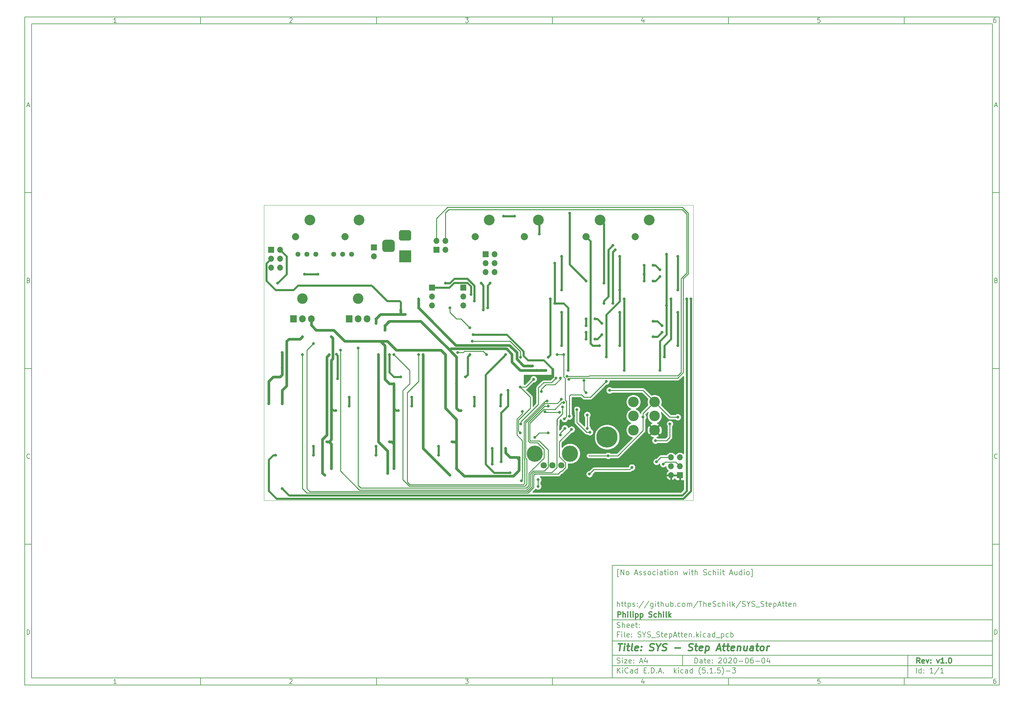
<source format=gbr>
G04 #@! TF.GenerationSoftware,KiCad,Pcbnew,(5.1.5)-3*
G04 #@! TF.CreationDate,2020-06-04T17:15:33+02:00*
G04 #@! TF.ProjectId,SYS_StepAtten,5359535f-5374-4657-9041-7474656e2e6b,v1.0*
G04 #@! TF.SameCoordinates,Original*
G04 #@! TF.FileFunction,Copper,L2,Bot*
G04 #@! TF.FilePolarity,Positive*
%FSLAX46Y46*%
G04 Gerber Fmt 4.6, Leading zero omitted, Abs format (unit mm)*
G04 Created by KiCad (PCBNEW (5.1.5)-3) date 2020-06-04 17:15:33*
%MOMM*%
%LPD*%
G04 APERTURE LIST*
%ADD10C,0.100000*%
%ADD11C,0.150000*%
%ADD12C,0.300000*%
%ADD13C,0.400000*%
%ADD14C,0.050000*%
%ADD15O,1.700000X1.700000*%
%ADD16R,1.700000X1.700000*%
%ADD17C,6.000000*%
%ADD18C,3.000000*%
%ADD19C,2.032000*%
%ADD20C,3.048000*%
%ADD21R,3.500000X3.500000*%
%ADD22C,1.440000*%
%ADD23C,1.800000*%
%ADD24C,4.600000*%
%ADD25R,1.905000X2.000000*%
%ADD26O,1.905000X2.000000*%
%ADD27C,0.800000*%
%ADD28C,0.800000*%
%ADD29C,0.250000*%
%ADD30C,0.600000*%
%ADD31C,0.254000*%
G04 APERTURE END LIST*
D10*
D11*
X177002200Y-166007200D02*
X177002200Y-198007200D01*
X285002200Y-198007200D01*
X285002200Y-166007200D01*
X177002200Y-166007200D01*
D10*
D11*
X10000000Y-10000000D02*
X10000000Y-200007200D01*
X287002200Y-200007200D01*
X287002200Y-10000000D01*
X10000000Y-10000000D01*
D10*
D11*
X12000000Y-12000000D02*
X12000000Y-198007200D01*
X285002200Y-198007200D01*
X285002200Y-12000000D01*
X12000000Y-12000000D01*
D10*
D11*
X60000000Y-12000000D02*
X60000000Y-10000000D01*
D10*
D11*
X110000000Y-12000000D02*
X110000000Y-10000000D01*
D10*
D11*
X160000000Y-12000000D02*
X160000000Y-10000000D01*
D10*
D11*
X210000000Y-12000000D02*
X210000000Y-10000000D01*
D10*
D11*
X260000000Y-12000000D02*
X260000000Y-10000000D01*
D10*
D11*
X36065476Y-11588095D02*
X35322619Y-11588095D01*
X35694047Y-11588095D02*
X35694047Y-10288095D01*
X35570238Y-10473809D01*
X35446428Y-10597619D01*
X35322619Y-10659523D01*
D10*
D11*
X85322619Y-10411904D02*
X85384523Y-10350000D01*
X85508333Y-10288095D01*
X85817857Y-10288095D01*
X85941666Y-10350000D01*
X86003571Y-10411904D01*
X86065476Y-10535714D01*
X86065476Y-10659523D01*
X86003571Y-10845238D01*
X85260714Y-11588095D01*
X86065476Y-11588095D01*
D10*
D11*
X135260714Y-10288095D02*
X136065476Y-10288095D01*
X135632142Y-10783333D01*
X135817857Y-10783333D01*
X135941666Y-10845238D01*
X136003571Y-10907142D01*
X136065476Y-11030952D01*
X136065476Y-11340476D01*
X136003571Y-11464285D01*
X135941666Y-11526190D01*
X135817857Y-11588095D01*
X135446428Y-11588095D01*
X135322619Y-11526190D01*
X135260714Y-11464285D01*
D10*
D11*
X185941666Y-10721428D02*
X185941666Y-11588095D01*
X185632142Y-10226190D02*
X185322619Y-11154761D01*
X186127380Y-11154761D01*
D10*
D11*
X236003571Y-10288095D02*
X235384523Y-10288095D01*
X235322619Y-10907142D01*
X235384523Y-10845238D01*
X235508333Y-10783333D01*
X235817857Y-10783333D01*
X235941666Y-10845238D01*
X236003571Y-10907142D01*
X236065476Y-11030952D01*
X236065476Y-11340476D01*
X236003571Y-11464285D01*
X235941666Y-11526190D01*
X235817857Y-11588095D01*
X235508333Y-11588095D01*
X235384523Y-11526190D01*
X235322619Y-11464285D01*
D10*
D11*
X285941666Y-10288095D02*
X285694047Y-10288095D01*
X285570238Y-10350000D01*
X285508333Y-10411904D01*
X285384523Y-10597619D01*
X285322619Y-10845238D01*
X285322619Y-11340476D01*
X285384523Y-11464285D01*
X285446428Y-11526190D01*
X285570238Y-11588095D01*
X285817857Y-11588095D01*
X285941666Y-11526190D01*
X286003571Y-11464285D01*
X286065476Y-11340476D01*
X286065476Y-11030952D01*
X286003571Y-10907142D01*
X285941666Y-10845238D01*
X285817857Y-10783333D01*
X285570238Y-10783333D01*
X285446428Y-10845238D01*
X285384523Y-10907142D01*
X285322619Y-11030952D01*
D10*
D11*
X60000000Y-198007200D02*
X60000000Y-200007200D01*
D10*
D11*
X110000000Y-198007200D02*
X110000000Y-200007200D01*
D10*
D11*
X160000000Y-198007200D02*
X160000000Y-200007200D01*
D10*
D11*
X210000000Y-198007200D02*
X210000000Y-200007200D01*
D10*
D11*
X260000000Y-198007200D02*
X260000000Y-200007200D01*
D10*
D11*
X36065476Y-199595295D02*
X35322619Y-199595295D01*
X35694047Y-199595295D02*
X35694047Y-198295295D01*
X35570238Y-198481009D01*
X35446428Y-198604819D01*
X35322619Y-198666723D01*
D10*
D11*
X85322619Y-198419104D02*
X85384523Y-198357200D01*
X85508333Y-198295295D01*
X85817857Y-198295295D01*
X85941666Y-198357200D01*
X86003571Y-198419104D01*
X86065476Y-198542914D01*
X86065476Y-198666723D01*
X86003571Y-198852438D01*
X85260714Y-199595295D01*
X86065476Y-199595295D01*
D10*
D11*
X135260714Y-198295295D02*
X136065476Y-198295295D01*
X135632142Y-198790533D01*
X135817857Y-198790533D01*
X135941666Y-198852438D01*
X136003571Y-198914342D01*
X136065476Y-199038152D01*
X136065476Y-199347676D01*
X136003571Y-199471485D01*
X135941666Y-199533390D01*
X135817857Y-199595295D01*
X135446428Y-199595295D01*
X135322619Y-199533390D01*
X135260714Y-199471485D01*
D10*
D11*
X185941666Y-198728628D02*
X185941666Y-199595295D01*
X185632142Y-198233390D02*
X185322619Y-199161961D01*
X186127380Y-199161961D01*
D10*
D11*
X236003571Y-198295295D02*
X235384523Y-198295295D01*
X235322619Y-198914342D01*
X235384523Y-198852438D01*
X235508333Y-198790533D01*
X235817857Y-198790533D01*
X235941666Y-198852438D01*
X236003571Y-198914342D01*
X236065476Y-199038152D01*
X236065476Y-199347676D01*
X236003571Y-199471485D01*
X235941666Y-199533390D01*
X235817857Y-199595295D01*
X235508333Y-199595295D01*
X235384523Y-199533390D01*
X235322619Y-199471485D01*
D10*
D11*
X285941666Y-198295295D02*
X285694047Y-198295295D01*
X285570238Y-198357200D01*
X285508333Y-198419104D01*
X285384523Y-198604819D01*
X285322619Y-198852438D01*
X285322619Y-199347676D01*
X285384523Y-199471485D01*
X285446428Y-199533390D01*
X285570238Y-199595295D01*
X285817857Y-199595295D01*
X285941666Y-199533390D01*
X286003571Y-199471485D01*
X286065476Y-199347676D01*
X286065476Y-199038152D01*
X286003571Y-198914342D01*
X285941666Y-198852438D01*
X285817857Y-198790533D01*
X285570238Y-198790533D01*
X285446428Y-198852438D01*
X285384523Y-198914342D01*
X285322619Y-199038152D01*
D10*
D11*
X10000000Y-60000000D02*
X12000000Y-60000000D01*
D10*
D11*
X10000000Y-110000000D02*
X12000000Y-110000000D01*
D10*
D11*
X10000000Y-160000000D02*
X12000000Y-160000000D01*
D10*
D11*
X10690476Y-35216666D02*
X11309523Y-35216666D01*
X10566666Y-35588095D02*
X11000000Y-34288095D01*
X11433333Y-35588095D01*
D10*
D11*
X11092857Y-84907142D02*
X11278571Y-84969047D01*
X11340476Y-85030952D01*
X11402380Y-85154761D01*
X11402380Y-85340476D01*
X11340476Y-85464285D01*
X11278571Y-85526190D01*
X11154761Y-85588095D01*
X10659523Y-85588095D01*
X10659523Y-84288095D01*
X11092857Y-84288095D01*
X11216666Y-84350000D01*
X11278571Y-84411904D01*
X11340476Y-84535714D01*
X11340476Y-84659523D01*
X11278571Y-84783333D01*
X11216666Y-84845238D01*
X11092857Y-84907142D01*
X10659523Y-84907142D01*
D10*
D11*
X11402380Y-135464285D02*
X11340476Y-135526190D01*
X11154761Y-135588095D01*
X11030952Y-135588095D01*
X10845238Y-135526190D01*
X10721428Y-135402380D01*
X10659523Y-135278571D01*
X10597619Y-135030952D01*
X10597619Y-134845238D01*
X10659523Y-134597619D01*
X10721428Y-134473809D01*
X10845238Y-134350000D01*
X11030952Y-134288095D01*
X11154761Y-134288095D01*
X11340476Y-134350000D01*
X11402380Y-134411904D01*
D10*
D11*
X10659523Y-185588095D02*
X10659523Y-184288095D01*
X10969047Y-184288095D01*
X11154761Y-184350000D01*
X11278571Y-184473809D01*
X11340476Y-184597619D01*
X11402380Y-184845238D01*
X11402380Y-185030952D01*
X11340476Y-185278571D01*
X11278571Y-185402380D01*
X11154761Y-185526190D01*
X10969047Y-185588095D01*
X10659523Y-185588095D01*
D10*
D11*
X287002200Y-60000000D02*
X285002200Y-60000000D01*
D10*
D11*
X287002200Y-110000000D02*
X285002200Y-110000000D01*
D10*
D11*
X287002200Y-160000000D02*
X285002200Y-160000000D01*
D10*
D11*
X285692676Y-35216666D02*
X286311723Y-35216666D01*
X285568866Y-35588095D02*
X286002200Y-34288095D01*
X286435533Y-35588095D01*
D10*
D11*
X286095057Y-84907142D02*
X286280771Y-84969047D01*
X286342676Y-85030952D01*
X286404580Y-85154761D01*
X286404580Y-85340476D01*
X286342676Y-85464285D01*
X286280771Y-85526190D01*
X286156961Y-85588095D01*
X285661723Y-85588095D01*
X285661723Y-84288095D01*
X286095057Y-84288095D01*
X286218866Y-84350000D01*
X286280771Y-84411904D01*
X286342676Y-84535714D01*
X286342676Y-84659523D01*
X286280771Y-84783333D01*
X286218866Y-84845238D01*
X286095057Y-84907142D01*
X285661723Y-84907142D01*
D10*
D11*
X286404580Y-135464285D02*
X286342676Y-135526190D01*
X286156961Y-135588095D01*
X286033152Y-135588095D01*
X285847438Y-135526190D01*
X285723628Y-135402380D01*
X285661723Y-135278571D01*
X285599819Y-135030952D01*
X285599819Y-134845238D01*
X285661723Y-134597619D01*
X285723628Y-134473809D01*
X285847438Y-134350000D01*
X286033152Y-134288095D01*
X286156961Y-134288095D01*
X286342676Y-134350000D01*
X286404580Y-134411904D01*
D10*
D11*
X285661723Y-185588095D02*
X285661723Y-184288095D01*
X285971247Y-184288095D01*
X286156961Y-184350000D01*
X286280771Y-184473809D01*
X286342676Y-184597619D01*
X286404580Y-184845238D01*
X286404580Y-185030952D01*
X286342676Y-185278571D01*
X286280771Y-185402380D01*
X286156961Y-185526190D01*
X285971247Y-185588095D01*
X285661723Y-185588095D01*
D10*
D11*
X200434342Y-193785771D02*
X200434342Y-192285771D01*
X200791485Y-192285771D01*
X201005771Y-192357200D01*
X201148628Y-192500057D01*
X201220057Y-192642914D01*
X201291485Y-192928628D01*
X201291485Y-193142914D01*
X201220057Y-193428628D01*
X201148628Y-193571485D01*
X201005771Y-193714342D01*
X200791485Y-193785771D01*
X200434342Y-193785771D01*
X202577200Y-193785771D02*
X202577200Y-193000057D01*
X202505771Y-192857200D01*
X202362914Y-192785771D01*
X202077200Y-192785771D01*
X201934342Y-192857200D01*
X202577200Y-193714342D02*
X202434342Y-193785771D01*
X202077200Y-193785771D01*
X201934342Y-193714342D01*
X201862914Y-193571485D01*
X201862914Y-193428628D01*
X201934342Y-193285771D01*
X202077200Y-193214342D01*
X202434342Y-193214342D01*
X202577200Y-193142914D01*
X203077200Y-192785771D02*
X203648628Y-192785771D01*
X203291485Y-192285771D02*
X203291485Y-193571485D01*
X203362914Y-193714342D01*
X203505771Y-193785771D01*
X203648628Y-193785771D01*
X204720057Y-193714342D02*
X204577200Y-193785771D01*
X204291485Y-193785771D01*
X204148628Y-193714342D01*
X204077200Y-193571485D01*
X204077200Y-193000057D01*
X204148628Y-192857200D01*
X204291485Y-192785771D01*
X204577200Y-192785771D01*
X204720057Y-192857200D01*
X204791485Y-193000057D01*
X204791485Y-193142914D01*
X204077200Y-193285771D01*
X205434342Y-193642914D02*
X205505771Y-193714342D01*
X205434342Y-193785771D01*
X205362914Y-193714342D01*
X205434342Y-193642914D01*
X205434342Y-193785771D01*
X205434342Y-192857200D02*
X205505771Y-192928628D01*
X205434342Y-193000057D01*
X205362914Y-192928628D01*
X205434342Y-192857200D01*
X205434342Y-193000057D01*
X207220057Y-192428628D02*
X207291485Y-192357200D01*
X207434342Y-192285771D01*
X207791485Y-192285771D01*
X207934342Y-192357200D01*
X208005771Y-192428628D01*
X208077200Y-192571485D01*
X208077200Y-192714342D01*
X208005771Y-192928628D01*
X207148628Y-193785771D01*
X208077200Y-193785771D01*
X209005771Y-192285771D02*
X209148628Y-192285771D01*
X209291485Y-192357200D01*
X209362914Y-192428628D01*
X209434342Y-192571485D01*
X209505771Y-192857200D01*
X209505771Y-193214342D01*
X209434342Y-193500057D01*
X209362914Y-193642914D01*
X209291485Y-193714342D01*
X209148628Y-193785771D01*
X209005771Y-193785771D01*
X208862914Y-193714342D01*
X208791485Y-193642914D01*
X208720057Y-193500057D01*
X208648628Y-193214342D01*
X208648628Y-192857200D01*
X208720057Y-192571485D01*
X208791485Y-192428628D01*
X208862914Y-192357200D01*
X209005771Y-192285771D01*
X210077200Y-192428628D02*
X210148628Y-192357200D01*
X210291485Y-192285771D01*
X210648628Y-192285771D01*
X210791485Y-192357200D01*
X210862914Y-192428628D01*
X210934342Y-192571485D01*
X210934342Y-192714342D01*
X210862914Y-192928628D01*
X210005771Y-193785771D01*
X210934342Y-193785771D01*
X211862914Y-192285771D02*
X212005771Y-192285771D01*
X212148628Y-192357200D01*
X212220057Y-192428628D01*
X212291485Y-192571485D01*
X212362914Y-192857200D01*
X212362914Y-193214342D01*
X212291485Y-193500057D01*
X212220057Y-193642914D01*
X212148628Y-193714342D01*
X212005771Y-193785771D01*
X211862914Y-193785771D01*
X211720057Y-193714342D01*
X211648628Y-193642914D01*
X211577200Y-193500057D01*
X211505771Y-193214342D01*
X211505771Y-192857200D01*
X211577200Y-192571485D01*
X211648628Y-192428628D01*
X211720057Y-192357200D01*
X211862914Y-192285771D01*
X213005771Y-193214342D02*
X214148628Y-193214342D01*
X215148628Y-192285771D02*
X215291485Y-192285771D01*
X215434342Y-192357200D01*
X215505771Y-192428628D01*
X215577200Y-192571485D01*
X215648628Y-192857200D01*
X215648628Y-193214342D01*
X215577200Y-193500057D01*
X215505771Y-193642914D01*
X215434342Y-193714342D01*
X215291485Y-193785771D01*
X215148628Y-193785771D01*
X215005771Y-193714342D01*
X214934342Y-193642914D01*
X214862914Y-193500057D01*
X214791485Y-193214342D01*
X214791485Y-192857200D01*
X214862914Y-192571485D01*
X214934342Y-192428628D01*
X215005771Y-192357200D01*
X215148628Y-192285771D01*
X216934342Y-192285771D02*
X216648628Y-192285771D01*
X216505771Y-192357200D01*
X216434342Y-192428628D01*
X216291485Y-192642914D01*
X216220057Y-192928628D01*
X216220057Y-193500057D01*
X216291485Y-193642914D01*
X216362914Y-193714342D01*
X216505771Y-193785771D01*
X216791485Y-193785771D01*
X216934342Y-193714342D01*
X217005771Y-193642914D01*
X217077200Y-193500057D01*
X217077200Y-193142914D01*
X217005771Y-193000057D01*
X216934342Y-192928628D01*
X216791485Y-192857200D01*
X216505771Y-192857200D01*
X216362914Y-192928628D01*
X216291485Y-193000057D01*
X216220057Y-193142914D01*
X217720057Y-193214342D02*
X218862914Y-193214342D01*
X219862914Y-192285771D02*
X220005771Y-192285771D01*
X220148628Y-192357200D01*
X220220057Y-192428628D01*
X220291485Y-192571485D01*
X220362914Y-192857200D01*
X220362914Y-193214342D01*
X220291485Y-193500057D01*
X220220057Y-193642914D01*
X220148628Y-193714342D01*
X220005771Y-193785771D01*
X219862914Y-193785771D01*
X219720057Y-193714342D01*
X219648628Y-193642914D01*
X219577200Y-193500057D01*
X219505771Y-193214342D01*
X219505771Y-192857200D01*
X219577200Y-192571485D01*
X219648628Y-192428628D01*
X219720057Y-192357200D01*
X219862914Y-192285771D01*
X221648628Y-192785771D02*
X221648628Y-193785771D01*
X221291485Y-192214342D02*
X220934342Y-193285771D01*
X221862914Y-193285771D01*
D10*
D11*
X177002200Y-194507200D02*
X285002200Y-194507200D01*
D10*
D11*
X178434342Y-196585771D02*
X178434342Y-195085771D01*
X179291485Y-196585771D02*
X178648628Y-195728628D01*
X179291485Y-195085771D02*
X178434342Y-195942914D01*
X179934342Y-196585771D02*
X179934342Y-195585771D01*
X179934342Y-195085771D02*
X179862914Y-195157200D01*
X179934342Y-195228628D01*
X180005771Y-195157200D01*
X179934342Y-195085771D01*
X179934342Y-195228628D01*
X181505771Y-196442914D02*
X181434342Y-196514342D01*
X181220057Y-196585771D01*
X181077200Y-196585771D01*
X180862914Y-196514342D01*
X180720057Y-196371485D01*
X180648628Y-196228628D01*
X180577200Y-195942914D01*
X180577200Y-195728628D01*
X180648628Y-195442914D01*
X180720057Y-195300057D01*
X180862914Y-195157200D01*
X181077200Y-195085771D01*
X181220057Y-195085771D01*
X181434342Y-195157200D01*
X181505771Y-195228628D01*
X182791485Y-196585771D02*
X182791485Y-195800057D01*
X182720057Y-195657200D01*
X182577200Y-195585771D01*
X182291485Y-195585771D01*
X182148628Y-195657200D01*
X182791485Y-196514342D02*
X182648628Y-196585771D01*
X182291485Y-196585771D01*
X182148628Y-196514342D01*
X182077200Y-196371485D01*
X182077200Y-196228628D01*
X182148628Y-196085771D01*
X182291485Y-196014342D01*
X182648628Y-196014342D01*
X182791485Y-195942914D01*
X184148628Y-196585771D02*
X184148628Y-195085771D01*
X184148628Y-196514342D02*
X184005771Y-196585771D01*
X183720057Y-196585771D01*
X183577200Y-196514342D01*
X183505771Y-196442914D01*
X183434342Y-196300057D01*
X183434342Y-195871485D01*
X183505771Y-195728628D01*
X183577200Y-195657200D01*
X183720057Y-195585771D01*
X184005771Y-195585771D01*
X184148628Y-195657200D01*
X186005771Y-195800057D02*
X186505771Y-195800057D01*
X186720057Y-196585771D02*
X186005771Y-196585771D01*
X186005771Y-195085771D01*
X186720057Y-195085771D01*
X187362914Y-196442914D02*
X187434342Y-196514342D01*
X187362914Y-196585771D01*
X187291485Y-196514342D01*
X187362914Y-196442914D01*
X187362914Y-196585771D01*
X188077200Y-196585771D02*
X188077200Y-195085771D01*
X188434342Y-195085771D01*
X188648628Y-195157200D01*
X188791485Y-195300057D01*
X188862914Y-195442914D01*
X188934342Y-195728628D01*
X188934342Y-195942914D01*
X188862914Y-196228628D01*
X188791485Y-196371485D01*
X188648628Y-196514342D01*
X188434342Y-196585771D01*
X188077200Y-196585771D01*
X189577200Y-196442914D02*
X189648628Y-196514342D01*
X189577200Y-196585771D01*
X189505771Y-196514342D01*
X189577200Y-196442914D01*
X189577200Y-196585771D01*
X190220057Y-196157200D02*
X190934342Y-196157200D01*
X190077200Y-196585771D02*
X190577200Y-195085771D01*
X191077200Y-196585771D01*
X191577200Y-196442914D02*
X191648628Y-196514342D01*
X191577200Y-196585771D01*
X191505771Y-196514342D01*
X191577200Y-196442914D01*
X191577200Y-196585771D01*
X194577200Y-196585771D02*
X194577200Y-195085771D01*
X194720057Y-196014342D02*
X195148628Y-196585771D01*
X195148628Y-195585771D02*
X194577200Y-196157200D01*
X195791485Y-196585771D02*
X195791485Y-195585771D01*
X195791485Y-195085771D02*
X195720057Y-195157200D01*
X195791485Y-195228628D01*
X195862914Y-195157200D01*
X195791485Y-195085771D01*
X195791485Y-195228628D01*
X197148628Y-196514342D02*
X197005771Y-196585771D01*
X196720057Y-196585771D01*
X196577200Y-196514342D01*
X196505771Y-196442914D01*
X196434342Y-196300057D01*
X196434342Y-195871485D01*
X196505771Y-195728628D01*
X196577200Y-195657200D01*
X196720057Y-195585771D01*
X197005771Y-195585771D01*
X197148628Y-195657200D01*
X198434342Y-196585771D02*
X198434342Y-195800057D01*
X198362914Y-195657200D01*
X198220057Y-195585771D01*
X197934342Y-195585771D01*
X197791485Y-195657200D01*
X198434342Y-196514342D02*
X198291485Y-196585771D01*
X197934342Y-196585771D01*
X197791485Y-196514342D01*
X197720057Y-196371485D01*
X197720057Y-196228628D01*
X197791485Y-196085771D01*
X197934342Y-196014342D01*
X198291485Y-196014342D01*
X198434342Y-195942914D01*
X199791485Y-196585771D02*
X199791485Y-195085771D01*
X199791485Y-196514342D02*
X199648628Y-196585771D01*
X199362914Y-196585771D01*
X199220057Y-196514342D01*
X199148628Y-196442914D01*
X199077200Y-196300057D01*
X199077200Y-195871485D01*
X199148628Y-195728628D01*
X199220057Y-195657200D01*
X199362914Y-195585771D01*
X199648628Y-195585771D01*
X199791485Y-195657200D01*
X202077200Y-197157200D02*
X202005771Y-197085771D01*
X201862914Y-196871485D01*
X201791485Y-196728628D01*
X201720057Y-196514342D01*
X201648628Y-196157200D01*
X201648628Y-195871485D01*
X201720057Y-195514342D01*
X201791485Y-195300057D01*
X201862914Y-195157200D01*
X202005771Y-194942914D01*
X202077200Y-194871485D01*
X203362914Y-195085771D02*
X202648628Y-195085771D01*
X202577200Y-195800057D01*
X202648628Y-195728628D01*
X202791485Y-195657200D01*
X203148628Y-195657200D01*
X203291485Y-195728628D01*
X203362914Y-195800057D01*
X203434342Y-195942914D01*
X203434342Y-196300057D01*
X203362914Y-196442914D01*
X203291485Y-196514342D01*
X203148628Y-196585771D01*
X202791485Y-196585771D01*
X202648628Y-196514342D01*
X202577200Y-196442914D01*
X204077200Y-196442914D02*
X204148628Y-196514342D01*
X204077200Y-196585771D01*
X204005771Y-196514342D01*
X204077200Y-196442914D01*
X204077200Y-196585771D01*
X205577200Y-196585771D02*
X204720057Y-196585771D01*
X205148628Y-196585771D02*
X205148628Y-195085771D01*
X205005771Y-195300057D01*
X204862914Y-195442914D01*
X204720057Y-195514342D01*
X206220057Y-196442914D02*
X206291485Y-196514342D01*
X206220057Y-196585771D01*
X206148628Y-196514342D01*
X206220057Y-196442914D01*
X206220057Y-196585771D01*
X207648628Y-195085771D02*
X206934342Y-195085771D01*
X206862914Y-195800057D01*
X206934342Y-195728628D01*
X207077200Y-195657200D01*
X207434342Y-195657200D01*
X207577200Y-195728628D01*
X207648628Y-195800057D01*
X207720057Y-195942914D01*
X207720057Y-196300057D01*
X207648628Y-196442914D01*
X207577200Y-196514342D01*
X207434342Y-196585771D01*
X207077200Y-196585771D01*
X206934342Y-196514342D01*
X206862914Y-196442914D01*
X208220057Y-197157200D02*
X208291485Y-197085771D01*
X208434342Y-196871485D01*
X208505771Y-196728628D01*
X208577200Y-196514342D01*
X208648628Y-196157200D01*
X208648628Y-195871485D01*
X208577200Y-195514342D01*
X208505771Y-195300057D01*
X208434342Y-195157200D01*
X208291485Y-194942914D01*
X208220057Y-194871485D01*
X209362914Y-196014342D02*
X210505771Y-196014342D01*
X211077200Y-195085771D02*
X212005771Y-195085771D01*
X211505771Y-195657200D01*
X211720057Y-195657200D01*
X211862914Y-195728628D01*
X211934342Y-195800057D01*
X212005771Y-195942914D01*
X212005771Y-196300057D01*
X211934342Y-196442914D01*
X211862914Y-196514342D01*
X211720057Y-196585771D01*
X211291485Y-196585771D01*
X211148628Y-196514342D01*
X211077200Y-196442914D01*
D10*
D11*
X177002200Y-191507200D02*
X285002200Y-191507200D01*
D10*
D12*
X264411485Y-193785771D02*
X263911485Y-193071485D01*
X263554342Y-193785771D02*
X263554342Y-192285771D01*
X264125771Y-192285771D01*
X264268628Y-192357200D01*
X264340057Y-192428628D01*
X264411485Y-192571485D01*
X264411485Y-192785771D01*
X264340057Y-192928628D01*
X264268628Y-193000057D01*
X264125771Y-193071485D01*
X263554342Y-193071485D01*
X265625771Y-193714342D02*
X265482914Y-193785771D01*
X265197200Y-193785771D01*
X265054342Y-193714342D01*
X264982914Y-193571485D01*
X264982914Y-193000057D01*
X265054342Y-192857200D01*
X265197200Y-192785771D01*
X265482914Y-192785771D01*
X265625771Y-192857200D01*
X265697200Y-193000057D01*
X265697200Y-193142914D01*
X264982914Y-193285771D01*
X266197200Y-192785771D02*
X266554342Y-193785771D01*
X266911485Y-192785771D01*
X267482914Y-193642914D02*
X267554342Y-193714342D01*
X267482914Y-193785771D01*
X267411485Y-193714342D01*
X267482914Y-193642914D01*
X267482914Y-193785771D01*
X267482914Y-192857200D02*
X267554342Y-192928628D01*
X267482914Y-193000057D01*
X267411485Y-192928628D01*
X267482914Y-192857200D01*
X267482914Y-193000057D01*
X269197200Y-192785771D02*
X269554342Y-193785771D01*
X269911485Y-192785771D01*
X271268628Y-193785771D02*
X270411485Y-193785771D01*
X270840057Y-193785771D02*
X270840057Y-192285771D01*
X270697200Y-192500057D01*
X270554342Y-192642914D01*
X270411485Y-192714342D01*
X271911485Y-193642914D02*
X271982914Y-193714342D01*
X271911485Y-193785771D01*
X271840057Y-193714342D01*
X271911485Y-193642914D01*
X271911485Y-193785771D01*
X272911485Y-192285771D02*
X273054342Y-192285771D01*
X273197200Y-192357200D01*
X273268628Y-192428628D01*
X273340057Y-192571485D01*
X273411485Y-192857200D01*
X273411485Y-193214342D01*
X273340057Y-193500057D01*
X273268628Y-193642914D01*
X273197200Y-193714342D01*
X273054342Y-193785771D01*
X272911485Y-193785771D01*
X272768628Y-193714342D01*
X272697200Y-193642914D01*
X272625771Y-193500057D01*
X272554342Y-193214342D01*
X272554342Y-192857200D01*
X272625771Y-192571485D01*
X272697200Y-192428628D01*
X272768628Y-192357200D01*
X272911485Y-192285771D01*
D10*
D11*
X178362914Y-193714342D02*
X178577200Y-193785771D01*
X178934342Y-193785771D01*
X179077200Y-193714342D01*
X179148628Y-193642914D01*
X179220057Y-193500057D01*
X179220057Y-193357200D01*
X179148628Y-193214342D01*
X179077200Y-193142914D01*
X178934342Y-193071485D01*
X178648628Y-193000057D01*
X178505771Y-192928628D01*
X178434342Y-192857200D01*
X178362914Y-192714342D01*
X178362914Y-192571485D01*
X178434342Y-192428628D01*
X178505771Y-192357200D01*
X178648628Y-192285771D01*
X179005771Y-192285771D01*
X179220057Y-192357200D01*
X179862914Y-193785771D02*
X179862914Y-192785771D01*
X179862914Y-192285771D02*
X179791485Y-192357200D01*
X179862914Y-192428628D01*
X179934342Y-192357200D01*
X179862914Y-192285771D01*
X179862914Y-192428628D01*
X180434342Y-192785771D02*
X181220057Y-192785771D01*
X180434342Y-193785771D01*
X181220057Y-193785771D01*
X182362914Y-193714342D02*
X182220057Y-193785771D01*
X181934342Y-193785771D01*
X181791485Y-193714342D01*
X181720057Y-193571485D01*
X181720057Y-193000057D01*
X181791485Y-192857200D01*
X181934342Y-192785771D01*
X182220057Y-192785771D01*
X182362914Y-192857200D01*
X182434342Y-193000057D01*
X182434342Y-193142914D01*
X181720057Y-193285771D01*
X183077200Y-193642914D02*
X183148628Y-193714342D01*
X183077200Y-193785771D01*
X183005771Y-193714342D01*
X183077200Y-193642914D01*
X183077200Y-193785771D01*
X183077200Y-192857200D02*
X183148628Y-192928628D01*
X183077200Y-193000057D01*
X183005771Y-192928628D01*
X183077200Y-192857200D01*
X183077200Y-193000057D01*
X184862914Y-193357200D02*
X185577200Y-193357200D01*
X184720057Y-193785771D02*
X185220057Y-192285771D01*
X185720057Y-193785771D01*
X186862914Y-192785771D02*
X186862914Y-193785771D01*
X186505771Y-192214342D02*
X186148628Y-193285771D01*
X187077200Y-193285771D01*
D10*
D11*
X263434342Y-196585771D02*
X263434342Y-195085771D01*
X264791485Y-196585771D02*
X264791485Y-195085771D01*
X264791485Y-196514342D02*
X264648628Y-196585771D01*
X264362914Y-196585771D01*
X264220057Y-196514342D01*
X264148628Y-196442914D01*
X264077200Y-196300057D01*
X264077200Y-195871485D01*
X264148628Y-195728628D01*
X264220057Y-195657200D01*
X264362914Y-195585771D01*
X264648628Y-195585771D01*
X264791485Y-195657200D01*
X265505771Y-196442914D02*
X265577200Y-196514342D01*
X265505771Y-196585771D01*
X265434342Y-196514342D01*
X265505771Y-196442914D01*
X265505771Y-196585771D01*
X265505771Y-195657200D02*
X265577200Y-195728628D01*
X265505771Y-195800057D01*
X265434342Y-195728628D01*
X265505771Y-195657200D01*
X265505771Y-195800057D01*
X268148628Y-196585771D02*
X267291485Y-196585771D01*
X267720057Y-196585771D02*
X267720057Y-195085771D01*
X267577200Y-195300057D01*
X267434342Y-195442914D01*
X267291485Y-195514342D01*
X269862914Y-195014342D02*
X268577200Y-196942914D01*
X271148628Y-196585771D02*
X270291485Y-196585771D01*
X270720057Y-196585771D02*
X270720057Y-195085771D01*
X270577200Y-195300057D01*
X270434342Y-195442914D01*
X270291485Y-195514342D01*
D10*
D11*
X177002200Y-187507200D02*
X285002200Y-187507200D01*
D10*
D13*
X178714580Y-188211961D02*
X179857438Y-188211961D01*
X179036009Y-190211961D02*
X179286009Y-188211961D01*
X180274104Y-190211961D02*
X180440771Y-188878628D01*
X180524104Y-188211961D02*
X180416961Y-188307200D01*
X180500295Y-188402438D01*
X180607438Y-188307200D01*
X180524104Y-188211961D01*
X180500295Y-188402438D01*
X181107438Y-188878628D02*
X181869342Y-188878628D01*
X181476485Y-188211961D02*
X181262200Y-189926247D01*
X181333628Y-190116723D01*
X181512200Y-190211961D01*
X181702676Y-190211961D01*
X182655057Y-190211961D02*
X182476485Y-190116723D01*
X182405057Y-189926247D01*
X182619342Y-188211961D01*
X184190771Y-190116723D02*
X183988390Y-190211961D01*
X183607438Y-190211961D01*
X183428866Y-190116723D01*
X183357438Y-189926247D01*
X183452676Y-189164342D01*
X183571723Y-188973866D01*
X183774104Y-188878628D01*
X184155057Y-188878628D01*
X184333628Y-188973866D01*
X184405057Y-189164342D01*
X184381247Y-189354819D01*
X183405057Y-189545295D01*
X185155057Y-190021485D02*
X185238390Y-190116723D01*
X185131247Y-190211961D01*
X185047914Y-190116723D01*
X185155057Y-190021485D01*
X185131247Y-190211961D01*
X185286009Y-188973866D02*
X185369342Y-189069104D01*
X185262200Y-189164342D01*
X185178866Y-189069104D01*
X185286009Y-188973866D01*
X185262200Y-189164342D01*
X187524104Y-190116723D02*
X187797914Y-190211961D01*
X188274104Y-190211961D01*
X188476485Y-190116723D01*
X188583628Y-190021485D01*
X188702676Y-189831009D01*
X188726485Y-189640533D01*
X188655057Y-189450057D01*
X188571723Y-189354819D01*
X188393152Y-189259580D01*
X188024104Y-189164342D01*
X187845533Y-189069104D01*
X187762200Y-188973866D01*
X187690771Y-188783390D01*
X187714580Y-188592914D01*
X187833628Y-188402438D01*
X187940771Y-188307200D01*
X188143152Y-188211961D01*
X188619342Y-188211961D01*
X188893152Y-188307200D01*
X190012200Y-189259580D02*
X189893152Y-190211961D01*
X189476485Y-188211961D02*
X190012200Y-189259580D01*
X190809819Y-188211961D01*
X191143152Y-190116723D02*
X191416961Y-190211961D01*
X191893152Y-190211961D01*
X192095533Y-190116723D01*
X192202676Y-190021485D01*
X192321723Y-189831009D01*
X192345533Y-189640533D01*
X192274104Y-189450057D01*
X192190771Y-189354819D01*
X192012200Y-189259580D01*
X191643152Y-189164342D01*
X191464580Y-189069104D01*
X191381247Y-188973866D01*
X191309819Y-188783390D01*
X191333628Y-188592914D01*
X191452676Y-188402438D01*
X191559819Y-188307200D01*
X191762200Y-188211961D01*
X192238390Y-188211961D01*
X192512200Y-188307200D01*
X194750295Y-189450057D02*
X196274104Y-189450057D01*
X198571723Y-190116723D02*
X198845533Y-190211961D01*
X199321723Y-190211961D01*
X199524104Y-190116723D01*
X199631247Y-190021485D01*
X199750295Y-189831009D01*
X199774104Y-189640533D01*
X199702676Y-189450057D01*
X199619342Y-189354819D01*
X199440771Y-189259580D01*
X199071723Y-189164342D01*
X198893152Y-189069104D01*
X198809819Y-188973866D01*
X198738390Y-188783390D01*
X198762200Y-188592914D01*
X198881247Y-188402438D01*
X198988390Y-188307200D01*
X199190771Y-188211961D01*
X199666961Y-188211961D01*
X199940771Y-188307200D01*
X200440771Y-188878628D02*
X201202676Y-188878628D01*
X200809819Y-188211961D02*
X200595533Y-189926247D01*
X200666961Y-190116723D01*
X200845533Y-190211961D01*
X201036009Y-190211961D01*
X202476485Y-190116723D02*
X202274104Y-190211961D01*
X201893152Y-190211961D01*
X201714580Y-190116723D01*
X201643152Y-189926247D01*
X201738390Y-189164342D01*
X201857438Y-188973866D01*
X202059819Y-188878628D01*
X202440771Y-188878628D01*
X202619342Y-188973866D01*
X202690771Y-189164342D01*
X202666961Y-189354819D01*
X201690771Y-189545295D01*
X203583628Y-188878628D02*
X203333628Y-190878628D01*
X203571723Y-188973866D02*
X203774104Y-188878628D01*
X204155057Y-188878628D01*
X204333628Y-188973866D01*
X204416961Y-189069104D01*
X204488390Y-189259580D01*
X204416961Y-189831009D01*
X204297914Y-190021485D01*
X204190771Y-190116723D01*
X203988390Y-190211961D01*
X203607438Y-190211961D01*
X203428866Y-190116723D01*
X206726485Y-189640533D02*
X207678866Y-189640533D01*
X206464580Y-190211961D02*
X207381247Y-188211961D01*
X207797914Y-190211961D01*
X208345533Y-188878628D02*
X209107438Y-188878628D01*
X208714580Y-188211961D02*
X208500295Y-189926247D01*
X208571723Y-190116723D01*
X208750295Y-190211961D01*
X208940771Y-190211961D01*
X209488390Y-188878628D02*
X210250295Y-188878628D01*
X209857438Y-188211961D02*
X209643152Y-189926247D01*
X209714580Y-190116723D01*
X209893152Y-190211961D01*
X210083628Y-190211961D01*
X211524104Y-190116723D02*
X211321723Y-190211961D01*
X210940771Y-190211961D01*
X210762200Y-190116723D01*
X210690771Y-189926247D01*
X210786009Y-189164342D01*
X210905057Y-188973866D01*
X211107438Y-188878628D01*
X211488390Y-188878628D01*
X211666961Y-188973866D01*
X211738390Y-189164342D01*
X211714580Y-189354819D01*
X210738390Y-189545295D01*
X212631247Y-188878628D02*
X212464580Y-190211961D01*
X212607438Y-189069104D02*
X212714580Y-188973866D01*
X212916961Y-188878628D01*
X213202676Y-188878628D01*
X213381247Y-188973866D01*
X213452676Y-189164342D01*
X213321723Y-190211961D01*
X215297914Y-188878628D02*
X215131247Y-190211961D01*
X214440771Y-188878628D02*
X214309819Y-189926247D01*
X214381247Y-190116723D01*
X214559819Y-190211961D01*
X214845533Y-190211961D01*
X215047914Y-190116723D01*
X215155057Y-190021485D01*
X216940771Y-190211961D02*
X217071723Y-189164342D01*
X217000295Y-188973866D01*
X216821723Y-188878628D01*
X216440771Y-188878628D01*
X216238390Y-188973866D01*
X216952676Y-190116723D02*
X216750295Y-190211961D01*
X216274104Y-190211961D01*
X216095533Y-190116723D01*
X216024104Y-189926247D01*
X216047914Y-189735771D01*
X216166961Y-189545295D01*
X216369342Y-189450057D01*
X216845533Y-189450057D01*
X217047914Y-189354819D01*
X217774104Y-188878628D02*
X218536009Y-188878628D01*
X218143152Y-188211961D02*
X217928866Y-189926247D01*
X218000295Y-190116723D01*
X218178866Y-190211961D01*
X218369342Y-190211961D01*
X219321723Y-190211961D02*
X219143152Y-190116723D01*
X219059819Y-190021485D01*
X218988390Y-189831009D01*
X219059819Y-189259580D01*
X219178866Y-189069104D01*
X219286009Y-188973866D01*
X219488390Y-188878628D01*
X219774104Y-188878628D01*
X219952676Y-188973866D01*
X220036009Y-189069104D01*
X220107438Y-189259580D01*
X220036009Y-189831009D01*
X219916961Y-190021485D01*
X219809819Y-190116723D01*
X219607438Y-190211961D01*
X219321723Y-190211961D01*
X220845533Y-190211961D02*
X221012199Y-188878628D01*
X220964580Y-189259580D02*
X221083628Y-189069104D01*
X221190771Y-188973866D01*
X221393152Y-188878628D01*
X221583628Y-188878628D01*
D10*
D11*
X178934342Y-185600057D02*
X178434342Y-185600057D01*
X178434342Y-186385771D02*
X178434342Y-184885771D01*
X179148628Y-184885771D01*
X179720057Y-186385771D02*
X179720057Y-185385771D01*
X179720057Y-184885771D02*
X179648628Y-184957200D01*
X179720057Y-185028628D01*
X179791485Y-184957200D01*
X179720057Y-184885771D01*
X179720057Y-185028628D01*
X180648628Y-186385771D02*
X180505771Y-186314342D01*
X180434342Y-186171485D01*
X180434342Y-184885771D01*
X181791485Y-186314342D02*
X181648628Y-186385771D01*
X181362914Y-186385771D01*
X181220057Y-186314342D01*
X181148628Y-186171485D01*
X181148628Y-185600057D01*
X181220057Y-185457200D01*
X181362914Y-185385771D01*
X181648628Y-185385771D01*
X181791485Y-185457200D01*
X181862914Y-185600057D01*
X181862914Y-185742914D01*
X181148628Y-185885771D01*
X182505771Y-186242914D02*
X182577200Y-186314342D01*
X182505771Y-186385771D01*
X182434342Y-186314342D01*
X182505771Y-186242914D01*
X182505771Y-186385771D01*
X182505771Y-185457200D02*
X182577200Y-185528628D01*
X182505771Y-185600057D01*
X182434342Y-185528628D01*
X182505771Y-185457200D01*
X182505771Y-185600057D01*
X184291485Y-186314342D02*
X184505771Y-186385771D01*
X184862914Y-186385771D01*
X185005771Y-186314342D01*
X185077200Y-186242914D01*
X185148628Y-186100057D01*
X185148628Y-185957200D01*
X185077200Y-185814342D01*
X185005771Y-185742914D01*
X184862914Y-185671485D01*
X184577200Y-185600057D01*
X184434342Y-185528628D01*
X184362914Y-185457200D01*
X184291485Y-185314342D01*
X184291485Y-185171485D01*
X184362914Y-185028628D01*
X184434342Y-184957200D01*
X184577200Y-184885771D01*
X184934342Y-184885771D01*
X185148628Y-184957200D01*
X186077200Y-185671485D02*
X186077200Y-186385771D01*
X185577200Y-184885771D02*
X186077200Y-185671485D01*
X186577200Y-184885771D01*
X187005771Y-186314342D02*
X187220057Y-186385771D01*
X187577200Y-186385771D01*
X187720057Y-186314342D01*
X187791485Y-186242914D01*
X187862914Y-186100057D01*
X187862914Y-185957200D01*
X187791485Y-185814342D01*
X187720057Y-185742914D01*
X187577200Y-185671485D01*
X187291485Y-185600057D01*
X187148628Y-185528628D01*
X187077200Y-185457200D01*
X187005771Y-185314342D01*
X187005771Y-185171485D01*
X187077200Y-185028628D01*
X187148628Y-184957200D01*
X187291485Y-184885771D01*
X187648628Y-184885771D01*
X187862914Y-184957200D01*
X188148628Y-186528628D02*
X189291485Y-186528628D01*
X189577200Y-186314342D02*
X189791485Y-186385771D01*
X190148628Y-186385771D01*
X190291485Y-186314342D01*
X190362914Y-186242914D01*
X190434342Y-186100057D01*
X190434342Y-185957200D01*
X190362914Y-185814342D01*
X190291485Y-185742914D01*
X190148628Y-185671485D01*
X189862914Y-185600057D01*
X189720057Y-185528628D01*
X189648628Y-185457200D01*
X189577200Y-185314342D01*
X189577200Y-185171485D01*
X189648628Y-185028628D01*
X189720057Y-184957200D01*
X189862914Y-184885771D01*
X190220057Y-184885771D01*
X190434342Y-184957200D01*
X190862914Y-185385771D02*
X191434342Y-185385771D01*
X191077200Y-184885771D02*
X191077200Y-186171485D01*
X191148628Y-186314342D01*
X191291485Y-186385771D01*
X191434342Y-186385771D01*
X192505771Y-186314342D02*
X192362914Y-186385771D01*
X192077200Y-186385771D01*
X191934342Y-186314342D01*
X191862914Y-186171485D01*
X191862914Y-185600057D01*
X191934342Y-185457200D01*
X192077200Y-185385771D01*
X192362914Y-185385771D01*
X192505771Y-185457200D01*
X192577200Y-185600057D01*
X192577200Y-185742914D01*
X191862914Y-185885771D01*
X193220057Y-185385771D02*
X193220057Y-186885771D01*
X193220057Y-185457200D02*
X193362914Y-185385771D01*
X193648628Y-185385771D01*
X193791485Y-185457200D01*
X193862914Y-185528628D01*
X193934342Y-185671485D01*
X193934342Y-186100057D01*
X193862914Y-186242914D01*
X193791485Y-186314342D01*
X193648628Y-186385771D01*
X193362914Y-186385771D01*
X193220057Y-186314342D01*
X194505771Y-185957200D02*
X195220057Y-185957200D01*
X194362914Y-186385771D02*
X194862914Y-184885771D01*
X195362914Y-186385771D01*
X195648628Y-185385771D02*
X196220057Y-185385771D01*
X195862914Y-184885771D02*
X195862914Y-186171485D01*
X195934342Y-186314342D01*
X196077200Y-186385771D01*
X196220057Y-186385771D01*
X196505771Y-185385771D02*
X197077200Y-185385771D01*
X196720057Y-184885771D02*
X196720057Y-186171485D01*
X196791485Y-186314342D01*
X196934342Y-186385771D01*
X197077200Y-186385771D01*
X198148628Y-186314342D02*
X198005771Y-186385771D01*
X197720057Y-186385771D01*
X197577200Y-186314342D01*
X197505771Y-186171485D01*
X197505771Y-185600057D01*
X197577200Y-185457200D01*
X197720057Y-185385771D01*
X198005771Y-185385771D01*
X198148628Y-185457200D01*
X198220057Y-185600057D01*
X198220057Y-185742914D01*
X197505771Y-185885771D01*
X198862914Y-185385771D02*
X198862914Y-186385771D01*
X198862914Y-185528628D02*
X198934342Y-185457200D01*
X199077200Y-185385771D01*
X199291485Y-185385771D01*
X199434342Y-185457200D01*
X199505771Y-185600057D01*
X199505771Y-186385771D01*
X200220057Y-186242914D02*
X200291485Y-186314342D01*
X200220057Y-186385771D01*
X200148628Y-186314342D01*
X200220057Y-186242914D01*
X200220057Y-186385771D01*
X200934342Y-186385771D02*
X200934342Y-184885771D01*
X201077200Y-185814342D02*
X201505771Y-186385771D01*
X201505771Y-185385771D02*
X200934342Y-185957200D01*
X202148628Y-186385771D02*
X202148628Y-185385771D01*
X202148628Y-184885771D02*
X202077200Y-184957200D01*
X202148628Y-185028628D01*
X202220057Y-184957200D01*
X202148628Y-184885771D01*
X202148628Y-185028628D01*
X203505771Y-186314342D02*
X203362914Y-186385771D01*
X203077200Y-186385771D01*
X202934342Y-186314342D01*
X202862914Y-186242914D01*
X202791485Y-186100057D01*
X202791485Y-185671485D01*
X202862914Y-185528628D01*
X202934342Y-185457200D01*
X203077200Y-185385771D01*
X203362914Y-185385771D01*
X203505771Y-185457200D01*
X204791485Y-186385771D02*
X204791485Y-185600057D01*
X204720057Y-185457200D01*
X204577200Y-185385771D01*
X204291485Y-185385771D01*
X204148628Y-185457200D01*
X204791485Y-186314342D02*
X204648628Y-186385771D01*
X204291485Y-186385771D01*
X204148628Y-186314342D01*
X204077200Y-186171485D01*
X204077200Y-186028628D01*
X204148628Y-185885771D01*
X204291485Y-185814342D01*
X204648628Y-185814342D01*
X204791485Y-185742914D01*
X206148628Y-186385771D02*
X206148628Y-184885771D01*
X206148628Y-186314342D02*
X206005771Y-186385771D01*
X205720057Y-186385771D01*
X205577200Y-186314342D01*
X205505771Y-186242914D01*
X205434342Y-186100057D01*
X205434342Y-185671485D01*
X205505771Y-185528628D01*
X205577200Y-185457200D01*
X205720057Y-185385771D01*
X206005771Y-185385771D01*
X206148628Y-185457200D01*
X206505771Y-186528628D02*
X207648628Y-186528628D01*
X208005771Y-185385771D02*
X208005771Y-186885771D01*
X208005771Y-185457200D02*
X208148628Y-185385771D01*
X208434342Y-185385771D01*
X208577200Y-185457200D01*
X208648628Y-185528628D01*
X208720057Y-185671485D01*
X208720057Y-186100057D01*
X208648628Y-186242914D01*
X208577200Y-186314342D01*
X208434342Y-186385771D01*
X208148628Y-186385771D01*
X208005771Y-186314342D01*
X210005771Y-186314342D02*
X209862914Y-186385771D01*
X209577200Y-186385771D01*
X209434342Y-186314342D01*
X209362914Y-186242914D01*
X209291485Y-186100057D01*
X209291485Y-185671485D01*
X209362914Y-185528628D01*
X209434342Y-185457200D01*
X209577200Y-185385771D01*
X209862914Y-185385771D01*
X210005771Y-185457200D01*
X210648628Y-186385771D02*
X210648628Y-184885771D01*
X210648628Y-185457200D02*
X210791485Y-185385771D01*
X211077200Y-185385771D01*
X211220057Y-185457200D01*
X211291485Y-185528628D01*
X211362914Y-185671485D01*
X211362914Y-186100057D01*
X211291485Y-186242914D01*
X211220057Y-186314342D01*
X211077200Y-186385771D01*
X210791485Y-186385771D01*
X210648628Y-186314342D01*
D10*
D11*
X177002200Y-181507200D02*
X285002200Y-181507200D01*
D10*
D11*
X178362914Y-183614342D02*
X178577200Y-183685771D01*
X178934342Y-183685771D01*
X179077200Y-183614342D01*
X179148628Y-183542914D01*
X179220057Y-183400057D01*
X179220057Y-183257200D01*
X179148628Y-183114342D01*
X179077200Y-183042914D01*
X178934342Y-182971485D01*
X178648628Y-182900057D01*
X178505771Y-182828628D01*
X178434342Y-182757200D01*
X178362914Y-182614342D01*
X178362914Y-182471485D01*
X178434342Y-182328628D01*
X178505771Y-182257200D01*
X178648628Y-182185771D01*
X179005771Y-182185771D01*
X179220057Y-182257200D01*
X179862914Y-183685771D02*
X179862914Y-182185771D01*
X180505771Y-183685771D02*
X180505771Y-182900057D01*
X180434342Y-182757200D01*
X180291485Y-182685771D01*
X180077200Y-182685771D01*
X179934342Y-182757200D01*
X179862914Y-182828628D01*
X181791485Y-183614342D02*
X181648628Y-183685771D01*
X181362914Y-183685771D01*
X181220057Y-183614342D01*
X181148628Y-183471485D01*
X181148628Y-182900057D01*
X181220057Y-182757200D01*
X181362914Y-182685771D01*
X181648628Y-182685771D01*
X181791485Y-182757200D01*
X181862914Y-182900057D01*
X181862914Y-183042914D01*
X181148628Y-183185771D01*
X183077200Y-183614342D02*
X182934342Y-183685771D01*
X182648628Y-183685771D01*
X182505771Y-183614342D01*
X182434342Y-183471485D01*
X182434342Y-182900057D01*
X182505771Y-182757200D01*
X182648628Y-182685771D01*
X182934342Y-182685771D01*
X183077200Y-182757200D01*
X183148628Y-182900057D01*
X183148628Y-183042914D01*
X182434342Y-183185771D01*
X183577200Y-182685771D02*
X184148628Y-182685771D01*
X183791485Y-182185771D02*
X183791485Y-183471485D01*
X183862914Y-183614342D01*
X184005771Y-183685771D01*
X184148628Y-183685771D01*
X184648628Y-183542914D02*
X184720057Y-183614342D01*
X184648628Y-183685771D01*
X184577200Y-183614342D01*
X184648628Y-183542914D01*
X184648628Y-183685771D01*
X184648628Y-182757200D02*
X184720057Y-182828628D01*
X184648628Y-182900057D01*
X184577200Y-182828628D01*
X184648628Y-182757200D01*
X184648628Y-182900057D01*
D10*
D12*
X178554342Y-180685771D02*
X178554342Y-179185771D01*
X179125771Y-179185771D01*
X179268628Y-179257200D01*
X179340057Y-179328628D01*
X179411485Y-179471485D01*
X179411485Y-179685771D01*
X179340057Y-179828628D01*
X179268628Y-179900057D01*
X179125771Y-179971485D01*
X178554342Y-179971485D01*
X180054342Y-180685771D02*
X180054342Y-179185771D01*
X180697200Y-180685771D02*
X180697200Y-179900057D01*
X180625771Y-179757200D01*
X180482914Y-179685771D01*
X180268628Y-179685771D01*
X180125771Y-179757200D01*
X180054342Y-179828628D01*
X181411485Y-180685771D02*
X181411485Y-179685771D01*
X181411485Y-179185771D02*
X181340057Y-179257200D01*
X181411485Y-179328628D01*
X181482914Y-179257200D01*
X181411485Y-179185771D01*
X181411485Y-179328628D01*
X182340057Y-180685771D02*
X182197200Y-180614342D01*
X182125771Y-180471485D01*
X182125771Y-179185771D01*
X182911485Y-180685771D02*
X182911485Y-179685771D01*
X182911485Y-179185771D02*
X182840057Y-179257200D01*
X182911485Y-179328628D01*
X182982914Y-179257200D01*
X182911485Y-179185771D01*
X182911485Y-179328628D01*
X183625771Y-179685771D02*
X183625771Y-181185771D01*
X183625771Y-179757200D02*
X183768628Y-179685771D01*
X184054342Y-179685771D01*
X184197200Y-179757200D01*
X184268628Y-179828628D01*
X184340057Y-179971485D01*
X184340057Y-180400057D01*
X184268628Y-180542914D01*
X184197200Y-180614342D01*
X184054342Y-180685771D01*
X183768628Y-180685771D01*
X183625771Y-180614342D01*
X184982914Y-179685771D02*
X184982914Y-181185771D01*
X184982914Y-179757200D02*
X185125771Y-179685771D01*
X185411485Y-179685771D01*
X185554342Y-179757200D01*
X185625771Y-179828628D01*
X185697200Y-179971485D01*
X185697200Y-180400057D01*
X185625771Y-180542914D01*
X185554342Y-180614342D01*
X185411485Y-180685771D01*
X185125771Y-180685771D01*
X184982914Y-180614342D01*
X187411485Y-180614342D02*
X187625771Y-180685771D01*
X187982914Y-180685771D01*
X188125771Y-180614342D01*
X188197200Y-180542914D01*
X188268628Y-180400057D01*
X188268628Y-180257200D01*
X188197200Y-180114342D01*
X188125771Y-180042914D01*
X187982914Y-179971485D01*
X187697200Y-179900057D01*
X187554342Y-179828628D01*
X187482914Y-179757200D01*
X187411485Y-179614342D01*
X187411485Y-179471485D01*
X187482914Y-179328628D01*
X187554342Y-179257200D01*
X187697200Y-179185771D01*
X188054342Y-179185771D01*
X188268628Y-179257200D01*
X189554342Y-180614342D02*
X189411485Y-180685771D01*
X189125771Y-180685771D01*
X188982914Y-180614342D01*
X188911485Y-180542914D01*
X188840057Y-180400057D01*
X188840057Y-179971485D01*
X188911485Y-179828628D01*
X188982914Y-179757200D01*
X189125771Y-179685771D01*
X189411485Y-179685771D01*
X189554342Y-179757200D01*
X190197200Y-180685771D02*
X190197200Y-179185771D01*
X190840057Y-180685771D02*
X190840057Y-179900057D01*
X190768628Y-179757200D01*
X190625771Y-179685771D01*
X190411485Y-179685771D01*
X190268628Y-179757200D01*
X190197200Y-179828628D01*
X191554342Y-180685771D02*
X191554342Y-179685771D01*
X191554342Y-179185771D02*
X191482914Y-179257200D01*
X191554342Y-179328628D01*
X191625771Y-179257200D01*
X191554342Y-179185771D01*
X191554342Y-179328628D01*
X192482914Y-180685771D02*
X192340057Y-180614342D01*
X192268628Y-180471485D01*
X192268628Y-179185771D01*
X193054342Y-180685771D02*
X193054342Y-179185771D01*
X193197200Y-180114342D02*
X193625771Y-180685771D01*
X193625771Y-179685771D02*
X193054342Y-180257200D01*
D10*
D11*
X178434342Y-177685771D02*
X178434342Y-176185771D01*
X179077200Y-177685771D02*
X179077200Y-176900057D01*
X179005771Y-176757200D01*
X178862914Y-176685771D01*
X178648628Y-176685771D01*
X178505771Y-176757200D01*
X178434342Y-176828628D01*
X179577200Y-176685771D02*
X180148628Y-176685771D01*
X179791485Y-176185771D02*
X179791485Y-177471485D01*
X179862914Y-177614342D01*
X180005771Y-177685771D01*
X180148628Y-177685771D01*
X180434342Y-176685771D02*
X181005771Y-176685771D01*
X180648628Y-176185771D02*
X180648628Y-177471485D01*
X180720057Y-177614342D01*
X180862914Y-177685771D01*
X181005771Y-177685771D01*
X181505771Y-176685771D02*
X181505771Y-178185771D01*
X181505771Y-176757200D02*
X181648628Y-176685771D01*
X181934342Y-176685771D01*
X182077200Y-176757200D01*
X182148628Y-176828628D01*
X182220057Y-176971485D01*
X182220057Y-177400057D01*
X182148628Y-177542914D01*
X182077200Y-177614342D01*
X181934342Y-177685771D01*
X181648628Y-177685771D01*
X181505771Y-177614342D01*
X182791485Y-177614342D02*
X182934342Y-177685771D01*
X183220057Y-177685771D01*
X183362914Y-177614342D01*
X183434342Y-177471485D01*
X183434342Y-177400057D01*
X183362914Y-177257200D01*
X183220057Y-177185771D01*
X183005771Y-177185771D01*
X182862914Y-177114342D01*
X182791485Y-176971485D01*
X182791485Y-176900057D01*
X182862914Y-176757200D01*
X183005771Y-176685771D01*
X183220057Y-176685771D01*
X183362914Y-176757200D01*
X184077200Y-177542914D02*
X184148628Y-177614342D01*
X184077200Y-177685771D01*
X184005771Y-177614342D01*
X184077200Y-177542914D01*
X184077200Y-177685771D01*
X184077200Y-176757200D02*
X184148628Y-176828628D01*
X184077200Y-176900057D01*
X184005771Y-176828628D01*
X184077200Y-176757200D01*
X184077200Y-176900057D01*
X185862914Y-176114342D02*
X184577200Y-178042914D01*
X187434342Y-176114342D02*
X186148628Y-178042914D01*
X188577200Y-176685771D02*
X188577200Y-177900057D01*
X188505771Y-178042914D01*
X188434342Y-178114342D01*
X188291485Y-178185771D01*
X188077200Y-178185771D01*
X187934342Y-178114342D01*
X188577200Y-177614342D02*
X188434342Y-177685771D01*
X188148628Y-177685771D01*
X188005771Y-177614342D01*
X187934342Y-177542914D01*
X187862914Y-177400057D01*
X187862914Y-176971485D01*
X187934342Y-176828628D01*
X188005771Y-176757200D01*
X188148628Y-176685771D01*
X188434342Y-176685771D01*
X188577200Y-176757200D01*
X189291485Y-177685771D02*
X189291485Y-176685771D01*
X189291485Y-176185771D02*
X189220057Y-176257200D01*
X189291485Y-176328628D01*
X189362914Y-176257200D01*
X189291485Y-176185771D01*
X189291485Y-176328628D01*
X189791485Y-176685771D02*
X190362914Y-176685771D01*
X190005771Y-176185771D02*
X190005771Y-177471485D01*
X190077200Y-177614342D01*
X190220057Y-177685771D01*
X190362914Y-177685771D01*
X190862914Y-177685771D02*
X190862914Y-176185771D01*
X191505771Y-177685771D02*
X191505771Y-176900057D01*
X191434342Y-176757200D01*
X191291485Y-176685771D01*
X191077200Y-176685771D01*
X190934342Y-176757200D01*
X190862914Y-176828628D01*
X192862914Y-176685771D02*
X192862914Y-177685771D01*
X192220057Y-176685771D02*
X192220057Y-177471485D01*
X192291485Y-177614342D01*
X192434342Y-177685771D01*
X192648628Y-177685771D01*
X192791485Y-177614342D01*
X192862914Y-177542914D01*
X193577200Y-177685771D02*
X193577200Y-176185771D01*
X193577200Y-176757200D02*
X193720057Y-176685771D01*
X194005771Y-176685771D01*
X194148628Y-176757200D01*
X194220057Y-176828628D01*
X194291485Y-176971485D01*
X194291485Y-177400057D01*
X194220057Y-177542914D01*
X194148628Y-177614342D01*
X194005771Y-177685771D01*
X193720057Y-177685771D01*
X193577200Y-177614342D01*
X194934342Y-177542914D02*
X195005771Y-177614342D01*
X194934342Y-177685771D01*
X194862914Y-177614342D01*
X194934342Y-177542914D01*
X194934342Y-177685771D01*
X196291485Y-177614342D02*
X196148628Y-177685771D01*
X195862914Y-177685771D01*
X195720057Y-177614342D01*
X195648628Y-177542914D01*
X195577200Y-177400057D01*
X195577200Y-176971485D01*
X195648628Y-176828628D01*
X195720057Y-176757200D01*
X195862914Y-176685771D01*
X196148628Y-176685771D01*
X196291485Y-176757200D01*
X197148628Y-177685771D02*
X197005771Y-177614342D01*
X196934342Y-177542914D01*
X196862914Y-177400057D01*
X196862914Y-176971485D01*
X196934342Y-176828628D01*
X197005771Y-176757200D01*
X197148628Y-176685771D01*
X197362914Y-176685771D01*
X197505771Y-176757200D01*
X197577200Y-176828628D01*
X197648628Y-176971485D01*
X197648628Y-177400057D01*
X197577200Y-177542914D01*
X197505771Y-177614342D01*
X197362914Y-177685771D01*
X197148628Y-177685771D01*
X198291485Y-177685771D02*
X198291485Y-176685771D01*
X198291485Y-176828628D02*
X198362914Y-176757200D01*
X198505771Y-176685771D01*
X198720057Y-176685771D01*
X198862914Y-176757200D01*
X198934342Y-176900057D01*
X198934342Y-177685771D01*
X198934342Y-176900057D02*
X199005771Y-176757200D01*
X199148628Y-176685771D01*
X199362914Y-176685771D01*
X199505771Y-176757200D01*
X199577200Y-176900057D01*
X199577200Y-177685771D01*
X201362914Y-176114342D02*
X200077200Y-178042914D01*
X201648628Y-176185771D02*
X202505771Y-176185771D01*
X202077200Y-177685771D02*
X202077200Y-176185771D01*
X203005771Y-177685771D02*
X203005771Y-176185771D01*
X203648628Y-177685771D02*
X203648628Y-176900057D01*
X203577200Y-176757200D01*
X203434342Y-176685771D01*
X203220057Y-176685771D01*
X203077200Y-176757200D01*
X203005771Y-176828628D01*
X204934342Y-177614342D02*
X204791485Y-177685771D01*
X204505771Y-177685771D01*
X204362914Y-177614342D01*
X204291485Y-177471485D01*
X204291485Y-176900057D01*
X204362914Y-176757200D01*
X204505771Y-176685771D01*
X204791485Y-176685771D01*
X204934342Y-176757200D01*
X205005771Y-176900057D01*
X205005771Y-177042914D01*
X204291485Y-177185771D01*
X205577200Y-177614342D02*
X205791485Y-177685771D01*
X206148628Y-177685771D01*
X206291485Y-177614342D01*
X206362914Y-177542914D01*
X206434342Y-177400057D01*
X206434342Y-177257200D01*
X206362914Y-177114342D01*
X206291485Y-177042914D01*
X206148628Y-176971485D01*
X205862914Y-176900057D01*
X205720057Y-176828628D01*
X205648628Y-176757200D01*
X205577200Y-176614342D01*
X205577200Y-176471485D01*
X205648628Y-176328628D01*
X205720057Y-176257200D01*
X205862914Y-176185771D01*
X206220057Y-176185771D01*
X206434342Y-176257200D01*
X207720057Y-177614342D02*
X207577200Y-177685771D01*
X207291485Y-177685771D01*
X207148628Y-177614342D01*
X207077200Y-177542914D01*
X207005771Y-177400057D01*
X207005771Y-176971485D01*
X207077200Y-176828628D01*
X207148628Y-176757200D01*
X207291485Y-176685771D01*
X207577200Y-176685771D01*
X207720057Y-176757200D01*
X208362914Y-177685771D02*
X208362914Y-176185771D01*
X209005771Y-177685771D02*
X209005771Y-176900057D01*
X208934342Y-176757200D01*
X208791485Y-176685771D01*
X208577200Y-176685771D01*
X208434342Y-176757200D01*
X208362914Y-176828628D01*
X209720057Y-177685771D02*
X209720057Y-176685771D01*
X209720057Y-176185771D02*
X209648628Y-176257200D01*
X209720057Y-176328628D01*
X209791485Y-176257200D01*
X209720057Y-176185771D01*
X209720057Y-176328628D01*
X210648628Y-177685771D02*
X210505771Y-177614342D01*
X210434342Y-177471485D01*
X210434342Y-176185771D01*
X211220057Y-177685771D02*
X211220057Y-176185771D01*
X211362914Y-177114342D02*
X211791485Y-177685771D01*
X211791485Y-176685771D02*
X211220057Y-177257200D01*
X213505771Y-176114342D02*
X212220057Y-178042914D01*
X213934342Y-177614342D02*
X214148628Y-177685771D01*
X214505771Y-177685771D01*
X214648628Y-177614342D01*
X214720057Y-177542914D01*
X214791485Y-177400057D01*
X214791485Y-177257200D01*
X214720057Y-177114342D01*
X214648628Y-177042914D01*
X214505771Y-176971485D01*
X214220057Y-176900057D01*
X214077200Y-176828628D01*
X214005771Y-176757200D01*
X213934342Y-176614342D01*
X213934342Y-176471485D01*
X214005771Y-176328628D01*
X214077200Y-176257200D01*
X214220057Y-176185771D01*
X214577200Y-176185771D01*
X214791485Y-176257200D01*
X215720057Y-176971485D02*
X215720057Y-177685771D01*
X215220057Y-176185771D02*
X215720057Y-176971485D01*
X216220057Y-176185771D01*
X216648628Y-177614342D02*
X216862914Y-177685771D01*
X217220057Y-177685771D01*
X217362914Y-177614342D01*
X217434342Y-177542914D01*
X217505771Y-177400057D01*
X217505771Y-177257200D01*
X217434342Y-177114342D01*
X217362914Y-177042914D01*
X217220057Y-176971485D01*
X216934342Y-176900057D01*
X216791485Y-176828628D01*
X216720057Y-176757200D01*
X216648628Y-176614342D01*
X216648628Y-176471485D01*
X216720057Y-176328628D01*
X216791485Y-176257200D01*
X216934342Y-176185771D01*
X217291485Y-176185771D01*
X217505771Y-176257200D01*
X217791485Y-177828628D02*
X218934342Y-177828628D01*
X219220057Y-177614342D02*
X219434342Y-177685771D01*
X219791485Y-177685771D01*
X219934342Y-177614342D01*
X220005771Y-177542914D01*
X220077200Y-177400057D01*
X220077200Y-177257200D01*
X220005771Y-177114342D01*
X219934342Y-177042914D01*
X219791485Y-176971485D01*
X219505771Y-176900057D01*
X219362914Y-176828628D01*
X219291485Y-176757200D01*
X219220057Y-176614342D01*
X219220057Y-176471485D01*
X219291485Y-176328628D01*
X219362914Y-176257200D01*
X219505771Y-176185771D01*
X219862914Y-176185771D01*
X220077200Y-176257200D01*
X220505771Y-176685771D02*
X221077200Y-176685771D01*
X220720057Y-176185771D02*
X220720057Y-177471485D01*
X220791485Y-177614342D01*
X220934342Y-177685771D01*
X221077200Y-177685771D01*
X222148628Y-177614342D02*
X222005771Y-177685771D01*
X221720057Y-177685771D01*
X221577200Y-177614342D01*
X221505771Y-177471485D01*
X221505771Y-176900057D01*
X221577200Y-176757200D01*
X221720057Y-176685771D01*
X222005771Y-176685771D01*
X222148628Y-176757200D01*
X222220057Y-176900057D01*
X222220057Y-177042914D01*
X221505771Y-177185771D01*
X222862914Y-176685771D02*
X222862914Y-178185771D01*
X222862914Y-176757200D02*
X223005771Y-176685771D01*
X223291485Y-176685771D01*
X223434342Y-176757200D01*
X223505771Y-176828628D01*
X223577200Y-176971485D01*
X223577200Y-177400057D01*
X223505771Y-177542914D01*
X223434342Y-177614342D01*
X223291485Y-177685771D01*
X223005771Y-177685771D01*
X222862914Y-177614342D01*
X224148628Y-177257200D02*
X224862914Y-177257200D01*
X224005771Y-177685771D02*
X224505771Y-176185771D01*
X225005771Y-177685771D01*
X225291485Y-176685771D02*
X225862914Y-176685771D01*
X225505771Y-176185771D02*
X225505771Y-177471485D01*
X225577200Y-177614342D01*
X225720057Y-177685771D01*
X225862914Y-177685771D01*
X226148628Y-176685771D02*
X226720057Y-176685771D01*
X226362914Y-176185771D02*
X226362914Y-177471485D01*
X226434342Y-177614342D01*
X226577200Y-177685771D01*
X226720057Y-177685771D01*
X227791485Y-177614342D02*
X227648628Y-177685771D01*
X227362914Y-177685771D01*
X227220057Y-177614342D01*
X227148628Y-177471485D01*
X227148628Y-176900057D01*
X227220057Y-176757200D01*
X227362914Y-176685771D01*
X227648628Y-176685771D01*
X227791485Y-176757200D01*
X227862914Y-176900057D01*
X227862914Y-177042914D01*
X227148628Y-177185771D01*
X228505771Y-176685771D02*
X228505771Y-177685771D01*
X228505771Y-176828628D02*
X228577200Y-176757200D01*
X228720057Y-176685771D01*
X228934342Y-176685771D01*
X229077200Y-176757200D01*
X229148628Y-176900057D01*
X229148628Y-177685771D01*
D10*
D11*
X178862914Y-169185771D02*
X178505771Y-169185771D01*
X178505771Y-167042914D01*
X178862914Y-167042914D01*
X179434342Y-168685771D02*
X179434342Y-167185771D01*
X180291485Y-168685771D01*
X180291485Y-167185771D01*
X181220057Y-168685771D02*
X181077200Y-168614342D01*
X181005771Y-168542914D01*
X180934342Y-168400057D01*
X180934342Y-167971485D01*
X181005771Y-167828628D01*
X181077200Y-167757200D01*
X181220057Y-167685771D01*
X181434342Y-167685771D01*
X181577200Y-167757200D01*
X181648628Y-167828628D01*
X181720057Y-167971485D01*
X181720057Y-168400057D01*
X181648628Y-168542914D01*
X181577200Y-168614342D01*
X181434342Y-168685771D01*
X181220057Y-168685771D01*
X183434342Y-168257200D02*
X184148628Y-168257200D01*
X183291485Y-168685771D02*
X183791485Y-167185771D01*
X184291485Y-168685771D01*
X184720057Y-168614342D02*
X184862914Y-168685771D01*
X185148628Y-168685771D01*
X185291485Y-168614342D01*
X185362914Y-168471485D01*
X185362914Y-168400057D01*
X185291485Y-168257200D01*
X185148628Y-168185771D01*
X184934342Y-168185771D01*
X184791485Y-168114342D01*
X184720057Y-167971485D01*
X184720057Y-167900057D01*
X184791485Y-167757200D01*
X184934342Y-167685771D01*
X185148628Y-167685771D01*
X185291485Y-167757200D01*
X185934342Y-168614342D02*
X186077200Y-168685771D01*
X186362914Y-168685771D01*
X186505771Y-168614342D01*
X186577200Y-168471485D01*
X186577200Y-168400057D01*
X186505771Y-168257200D01*
X186362914Y-168185771D01*
X186148628Y-168185771D01*
X186005771Y-168114342D01*
X185934342Y-167971485D01*
X185934342Y-167900057D01*
X186005771Y-167757200D01*
X186148628Y-167685771D01*
X186362914Y-167685771D01*
X186505771Y-167757200D01*
X187434342Y-168685771D02*
X187291485Y-168614342D01*
X187220057Y-168542914D01*
X187148628Y-168400057D01*
X187148628Y-167971485D01*
X187220057Y-167828628D01*
X187291485Y-167757200D01*
X187434342Y-167685771D01*
X187648628Y-167685771D01*
X187791485Y-167757200D01*
X187862914Y-167828628D01*
X187934342Y-167971485D01*
X187934342Y-168400057D01*
X187862914Y-168542914D01*
X187791485Y-168614342D01*
X187648628Y-168685771D01*
X187434342Y-168685771D01*
X189220057Y-168614342D02*
X189077200Y-168685771D01*
X188791485Y-168685771D01*
X188648628Y-168614342D01*
X188577200Y-168542914D01*
X188505771Y-168400057D01*
X188505771Y-167971485D01*
X188577200Y-167828628D01*
X188648628Y-167757200D01*
X188791485Y-167685771D01*
X189077200Y-167685771D01*
X189220057Y-167757200D01*
X189862914Y-168685771D02*
X189862914Y-167685771D01*
X189862914Y-167185771D02*
X189791485Y-167257200D01*
X189862914Y-167328628D01*
X189934342Y-167257200D01*
X189862914Y-167185771D01*
X189862914Y-167328628D01*
X191220057Y-168685771D02*
X191220057Y-167900057D01*
X191148628Y-167757200D01*
X191005771Y-167685771D01*
X190720057Y-167685771D01*
X190577200Y-167757200D01*
X191220057Y-168614342D02*
X191077200Y-168685771D01*
X190720057Y-168685771D01*
X190577200Y-168614342D01*
X190505771Y-168471485D01*
X190505771Y-168328628D01*
X190577200Y-168185771D01*
X190720057Y-168114342D01*
X191077200Y-168114342D01*
X191220057Y-168042914D01*
X191720057Y-167685771D02*
X192291485Y-167685771D01*
X191934342Y-167185771D02*
X191934342Y-168471485D01*
X192005771Y-168614342D01*
X192148628Y-168685771D01*
X192291485Y-168685771D01*
X192791485Y-168685771D02*
X192791485Y-167685771D01*
X192791485Y-167185771D02*
X192720057Y-167257200D01*
X192791485Y-167328628D01*
X192862914Y-167257200D01*
X192791485Y-167185771D01*
X192791485Y-167328628D01*
X193720057Y-168685771D02*
X193577200Y-168614342D01*
X193505771Y-168542914D01*
X193434342Y-168400057D01*
X193434342Y-167971485D01*
X193505771Y-167828628D01*
X193577200Y-167757200D01*
X193720057Y-167685771D01*
X193934342Y-167685771D01*
X194077200Y-167757200D01*
X194148628Y-167828628D01*
X194220057Y-167971485D01*
X194220057Y-168400057D01*
X194148628Y-168542914D01*
X194077200Y-168614342D01*
X193934342Y-168685771D01*
X193720057Y-168685771D01*
X194862914Y-167685771D02*
X194862914Y-168685771D01*
X194862914Y-167828628D02*
X194934342Y-167757200D01*
X195077200Y-167685771D01*
X195291485Y-167685771D01*
X195434342Y-167757200D01*
X195505771Y-167900057D01*
X195505771Y-168685771D01*
X197220057Y-167685771D02*
X197505771Y-168685771D01*
X197791485Y-167971485D01*
X198077200Y-168685771D01*
X198362914Y-167685771D01*
X198934342Y-168685771D02*
X198934342Y-167685771D01*
X198934342Y-167185771D02*
X198862914Y-167257200D01*
X198934342Y-167328628D01*
X199005771Y-167257200D01*
X198934342Y-167185771D01*
X198934342Y-167328628D01*
X199434342Y-167685771D02*
X200005771Y-167685771D01*
X199648628Y-167185771D02*
X199648628Y-168471485D01*
X199720057Y-168614342D01*
X199862914Y-168685771D01*
X200005771Y-168685771D01*
X200505771Y-168685771D02*
X200505771Y-167185771D01*
X201148628Y-168685771D02*
X201148628Y-167900057D01*
X201077200Y-167757200D01*
X200934342Y-167685771D01*
X200720057Y-167685771D01*
X200577200Y-167757200D01*
X200505771Y-167828628D01*
X202934342Y-168614342D02*
X203148628Y-168685771D01*
X203505771Y-168685771D01*
X203648628Y-168614342D01*
X203720057Y-168542914D01*
X203791485Y-168400057D01*
X203791485Y-168257200D01*
X203720057Y-168114342D01*
X203648628Y-168042914D01*
X203505771Y-167971485D01*
X203220057Y-167900057D01*
X203077200Y-167828628D01*
X203005771Y-167757200D01*
X202934342Y-167614342D01*
X202934342Y-167471485D01*
X203005771Y-167328628D01*
X203077200Y-167257200D01*
X203220057Y-167185771D01*
X203577200Y-167185771D01*
X203791485Y-167257200D01*
X205077200Y-168614342D02*
X204934342Y-168685771D01*
X204648628Y-168685771D01*
X204505771Y-168614342D01*
X204434342Y-168542914D01*
X204362914Y-168400057D01*
X204362914Y-167971485D01*
X204434342Y-167828628D01*
X204505771Y-167757200D01*
X204648628Y-167685771D01*
X204934342Y-167685771D01*
X205077200Y-167757200D01*
X205720057Y-168685771D02*
X205720057Y-167185771D01*
X206362914Y-168685771D02*
X206362914Y-167900057D01*
X206291485Y-167757200D01*
X206148628Y-167685771D01*
X205934342Y-167685771D01*
X205791485Y-167757200D01*
X205720057Y-167828628D01*
X207077200Y-168685771D02*
X207077200Y-167685771D01*
X207077200Y-167185771D02*
X207005771Y-167257200D01*
X207077200Y-167328628D01*
X207148628Y-167257200D01*
X207077200Y-167185771D01*
X207077200Y-167328628D01*
X207791485Y-168685771D02*
X207791485Y-167685771D01*
X207791485Y-167185771D02*
X207720057Y-167257200D01*
X207791485Y-167328628D01*
X207862914Y-167257200D01*
X207791485Y-167185771D01*
X207791485Y-167328628D01*
X208291485Y-167685771D02*
X208862914Y-167685771D01*
X208505771Y-167185771D02*
X208505771Y-168471485D01*
X208577200Y-168614342D01*
X208720057Y-168685771D01*
X208862914Y-168685771D01*
X210434342Y-168257200D02*
X211148628Y-168257200D01*
X210291485Y-168685771D02*
X210791485Y-167185771D01*
X211291485Y-168685771D01*
X212434342Y-167685771D02*
X212434342Y-168685771D01*
X211791485Y-167685771D02*
X211791485Y-168471485D01*
X211862914Y-168614342D01*
X212005771Y-168685771D01*
X212220057Y-168685771D01*
X212362914Y-168614342D01*
X212434342Y-168542914D01*
X213791485Y-168685771D02*
X213791485Y-167185771D01*
X213791485Y-168614342D02*
X213648628Y-168685771D01*
X213362914Y-168685771D01*
X213220057Y-168614342D01*
X213148628Y-168542914D01*
X213077200Y-168400057D01*
X213077200Y-167971485D01*
X213148628Y-167828628D01*
X213220057Y-167757200D01*
X213362914Y-167685771D01*
X213648628Y-167685771D01*
X213791485Y-167757200D01*
X214505771Y-168685771D02*
X214505771Y-167685771D01*
X214505771Y-167185771D02*
X214434342Y-167257200D01*
X214505771Y-167328628D01*
X214577200Y-167257200D01*
X214505771Y-167185771D01*
X214505771Y-167328628D01*
X215434342Y-168685771D02*
X215291485Y-168614342D01*
X215220057Y-168542914D01*
X215148628Y-168400057D01*
X215148628Y-167971485D01*
X215220057Y-167828628D01*
X215291485Y-167757200D01*
X215434342Y-167685771D01*
X215648628Y-167685771D01*
X215791485Y-167757200D01*
X215862914Y-167828628D01*
X215934342Y-167971485D01*
X215934342Y-168400057D01*
X215862914Y-168542914D01*
X215791485Y-168614342D01*
X215648628Y-168685771D01*
X215434342Y-168685771D01*
X216434342Y-169185771D02*
X216791485Y-169185771D01*
X216791485Y-167042914D01*
X216434342Y-167042914D01*
D10*
D11*
X197002200Y-191507200D02*
X197002200Y-194507200D01*
D10*
D11*
X261002200Y-191507200D02*
X261002200Y-198007200D01*
D14*
X200000000Y-147500000D02*
X200000000Y-63500000D01*
X200000000Y-63500000D02*
X78000000Y-63500000D01*
X78000000Y-63500000D02*
X78000000Y-147500000D01*
X78000000Y-147500000D02*
X200000000Y-147500000D01*
D15*
X143510000Y-82550000D03*
X140970000Y-82550000D03*
X143510000Y-80010000D03*
X140970000Y-80010000D03*
X143510000Y-77470000D03*
D16*
X140970000Y-77470000D03*
D15*
X134620000Y-92075000D03*
D16*
X134620000Y-86995000D03*
D15*
X134620000Y-89535000D03*
X125730000Y-92075000D03*
D16*
X125730000Y-86995000D03*
D15*
X125730000Y-89535000D03*
D17*
X175500000Y-129500000D03*
D18*
X104775000Y-90105000D03*
X88900000Y-90105000D03*
D19*
X87000000Y-72500000D03*
X101000000Y-72500000D03*
D20*
X91013210Y-67724790D03*
X105013210Y-67724790D03*
X187513210Y-67724790D03*
X173513210Y-67724790D03*
D19*
X183500000Y-72500000D03*
X169500000Y-72500000D03*
X138000000Y-72500000D03*
X152000000Y-72500000D03*
D20*
X142013210Y-67724790D03*
X156013210Y-67724790D03*
D21*
X118110000Y-78105000D03*
G04 #@! TA.AperFunction,ComponentPad*
D10*
G36*
X119183513Y-70608611D02*
G01*
X119256318Y-70619411D01*
X119327714Y-70637295D01*
X119397013Y-70662090D01*
X119463548Y-70693559D01*
X119526678Y-70731398D01*
X119585795Y-70775242D01*
X119640330Y-70824670D01*
X119689758Y-70879205D01*
X119733602Y-70938322D01*
X119771441Y-71001452D01*
X119802910Y-71067987D01*
X119827705Y-71137286D01*
X119845589Y-71208682D01*
X119856389Y-71281487D01*
X119860000Y-71355000D01*
X119860000Y-72855000D01*
X119856389Y-72928513D01*
X119845589Y-73001318D01*
X119827705Y-73072714D01*
X119802910Y-73142013D01*
X119771441Y-73208548D01*
X119733602Y-73271678D01*
X119689758Y-73330795D01*
X119640330Y-73385330D01*
X119585795Y-73434758D01*
X119526678Y-73478602D01*
X119463548Y-73516441D01*
X119397013Y-73547910D01*
X119327714Y-73572705D01*
X119256318Y-73590589D01*
X119183513Y-73601389D01*
X119110000Y-73605000D01*
X117110000Y-73605000D01*
X117036487Y-73601389D01*
X116963682Y-73590589D01*
X116892286Y-73572705D01*
X116822987Y-73547910D01*
X116756452Y-73516441D01*
X116693322Y-73478602D01*
X116634205Y-73434758D01*
X116579670Y-73385330D01*
X116530242Y-73330795D01*
X116486398Y-73271678D01*
X116448559Y-73208548D01*
X116417090Y-73142013D01*
X116392295Y-73072714D01*
X116374411Y-73001318D01*
X116363611Y-72928513D01*
X116360000Y-72855000D01*
X116360000Y-71355000D01*
X116363611Y-71281487D01*
X116374411Y-71208682D01*
X116392295Y-71137286D01*
X116417090Y-71067987D01*
X116448559Y-71001452D01*
X116486398Y-70938322D01*
X116530242Y-70879205D01*
X116579670Y-70824670D01*
X116634205Y-70775242D01*
X116693322Y-70731398D01*
X116756452Y-70693559D01*
X116822987Y-70662090D01*
X116892286Y-70637295D01*
X116963682Y-70619411D01*
X117036487Y-70608611D01*
X117110000Y-70605000D01*
X119110000Y-70605000D01*
X119183513Y-70608611D01*
G37*
G04 #@! TD.AperFunction*
G04 #@! TA.AperFunction,ComponentPad*
G36*
X114370765Y-73359213D02*
G01*
X114455704Y-73371813D01*
X114538999Y-73392677D01*
X114619848Y-73421605D01*
X114697472Y-73458319D01*
X114771124Y-73502464D01*
X114840094Y-73553616D01*
X114903718Y-73611282D01*
X114961384Y-73674906D01*
X115012536Y-73743876D01*
X115056681Y-73817528D01*
X115093395Y-73895152D01*
X115122323Y-73976001D01*
X115143187Y-74059296D01*
X115155787Y-74144235D01*
X115160000Y-74230000D01*
X115160000Y-75980000D01*
X115155787Y-76065765D01*
X115143187Y-76150704D01*
X115122323Y-76233999D01*
X115093395Y-76314848D01*
X115056681Y-76392472D01*
X115012536Y-76466124D01*
X114961384Y-76535094D01*
X114903718Y-76598718D01*
X114840094Y-76656384D01*
X114771124Y-76707536D01*
X114697472Y-76751681D01*
X114619848Y-76788395D01*
X114538999Y-76817323D01*
X114455704Y-76838187D01*
X114370765Y-76850787D01*
X114285000Y-76855000D01*
X112535000Y-76855000D01*
X112449235Y-76850787D01*
X112364296Y-76838187D01*
X112281001Y-76817323D01*
X112200152Y-76788395D01*
X112122528Y-76751681D01*
X112048876Y-76707536D01*
X111979906Y-76656384D01*
X111916282Y-76598718D01*
X111858616Y-76535094D01*
X111807464Y-76466124D01*
X111763319Y-76392472D01*
X111726605Y-76314848D01*
X111697677Y-76233999D01*
X111676813Y-76150704D01*
X111664213Y-76065765D01*
X111660000Y-75980000D01*
X111660000Y-74230000D01*
X111664213Y-74144235D01*
X111676813Y-74059296D01*
X111697677Y-73976001D01*
X111726605Y-73895152D01*
X111763319Y-73817528D01*
X111807464Y-73743876D01*
X111858616Y-73674906D01*
X111916282Y-73611282D01*
X111979906Y-73553616D01*
X112048876Y-73502464D01*
X112122528Y-73458319D01*
X112200152Y-73421605D01*
X112281001Y-73392677D01*
X112364296Y-73371813D01*
X112449235Y-73359213D01*
X112535000Y-73355000D01*
X114285000Y-73355000D01*
X114370765Y-73359213D01*
G37*
G04 #@! TD.AperFunction*
D16*
X127000000Y-76200000D03*
D15*
X127000000Y-73660000D03*
X129540000Y-76200000D03*
X129540000Y-73660000D03*
D16*
X196215000Y-140335000D03*
D15*
X193675000Y-140335000D03*
X196215000Y-137795000D03*
X193675000Y-137795000D03*
X196215000Y-135255000D03*
X193675000Y-135255000D03*
X82550000Y-81280000D03*
X80010000Y-81280000D03*
X82550000Y-78740000D03*
X80010000Y-78740000D03*
X82550000Y-76200000D03*
D16*
X80010000Y-76200000D03*
D22*
X92710000Y-77470000D03*
X90170000Y-77470000D03*
X87630000Y-77470000D03*
X97790000Y-77470000D03*
X100330000Y-77470000D03*
X102870000Y-77470000D03*
D23*
X162500000Y-137500000D03*
X160000000Y-137500000D03*
X157500000Y-137500000D03*
D24*
X165000000Y-134200000D03*
X155000000Y-134200000D03*
D18*
X183000000Y-119500000D03*
X183000000Y-123500000D03*
X183000000Y-127500000D03*
X189000000Y-127500000D03*
X189000000Y-123500000D03*
X189000000Y-119500000D03*
D16*
X109220000Y-75565000D03*
D15*
X109220000Y-78105000D03*
D25*
X102235000Y-95885000D03*
D26*
X104775000Y-95885000D03*
X107315000Y-95885000D03*
X91440000Y-95885000D03*
X88900000Y-95885000D03*
D25*
X86360000Y-95885000D03*
D27*
X109855000Y-97155000D03*
X121920000Y-92710000D03*
X154305000Y-109220000D03*
X153035000Y-109220000D03*
X151765000Y-109220000D03*
X109855000Y-95885000D03*
X110807500Y-94932500D03*
X116840000Y-94615000D03*
X118110000Y-94615000D03*
X116840000Y-93345000D03*
X121920000Y-91440000D03*
X121920000Y-90170000D03*
X169545000Y-116840000D03*
X168961764Y-113437510D03*
X195580000Y-123825000D03*
X185737500Y-123825000D03*
X176212500Y-116205000D03*
X175792835Y-134805456D03*
X154940000Y-129540000D03*
X158750000Y-128270000D03*
X150812500Y-128270000D03*
X150812500Y-115252500D03*
X154622500Y-113030000D03*
X189547500Y-136525000D03*
X155892500Y-141605000D03*
X155892500Y-143510000D03*
X162242500Y-128905000D03*
X163512500Y-127000000D03*
X156845000Y-116522500D03*
X162242500Y-112712500D03*
X164604340Y-113039408D03*
X130810000Y-92710000D03*
X136525000Y-98425000D03*
X137477500Y-100330000D03*
X178435000Y-136207500D03*
X164782500Y-137795000D03*
X166052500Y-123507500D03*
X166052500Y-118745000D03*
X160020000Y-112395000D03*
X151447500Y-122237500D03*
X151130000Y-141922500D03*
X133985000Y-121920000D03*
X160655000Y-80010000D03*
X160655000Y-91440000D03*
X177165000Y-91440000D03*
X177800000Y-76200000D03*
X192405000Y-92075000D03*
X192405000Y-77470000D03*
X112395000Y-99060000D03*
X112395000Y-97790000D03*
X112395000Y-99060000D03*
X180340000Y-90170000D03*
X164465000Y-110490000D03*
X180340000Y-110490000D03*
X190500000Y-110490000D03*
X155575000Y-110490000D03*
X156845000Y-110490000D03*
X158115000Y-110490000D03*
X132715000Y-114300000D03*
X113347500Y-96837500D03*
X189230000Y-130492500D03*
X182562500Y-138112500D03*
X170497500Y-140017500D03*
X193357500Y-125730000D03*
X97155000Y-138430000D03*
X95885000Y-130810000D03*
X98425000Y-121920000D03*
X97155000Y-114300000D03*
X114935000Y-114300000D03*
X116205000Y-121920000D03*
X113665000Y-130810000D03*
X114935000Y-138430000D03*
X131445000Y-130810000D03*
X132715000Y-138430000D03*
X150495000Y-138430000D03*
X146685000Y-132715000D03*
X83185000Y-120015000D03*
X97155000Y-100965000D03*
X88900000Y-100965000D03*
X161995000Y-122485000D03*
X157840592Y-122327510D03*
X162560000Y-78105000D03*
X162560000Y-87630000D03*
X159385000Y-90170000D03*
X158750000Y-106770010D03*
X179070000Y-78105000D03*
X179070000Y-87630000D03*
X175260000Y-106680000D03*
X195580000Y-78105000D03*
X195580000Y-87630000D03*
X191770000Y-106680000D03*
X193675000Y-90170000D03*
X179070000Y-93980000D03*
X179070000Y-103505000D03*
X162560000Y-93980000D03*
X162560000Y-103505000D03*
X195580000Y-93980000D03*
X195580000Y-103505000D03*
X96520000Y-106045000D03*
X95250000Y-140335000D03*
X110490000Y-106045000D03*
X113160000Y-139830000D03*
X123190000Y-106045000D03*
X130810000Y-140335000D03*
X146685000Y-106045000D03*
X147971230Y-139604979D03*
X136525000Y-106045000D03*
X135255000Y-112395000D03*
X113665000Y-106045000D03*
X116840000Y-112395000D03*
X98930000Y-112900000D03*
X98555009Y-105972886D03*
X79375000Y-120015000D03*
X83185000Y-109855000D03*
X83185000Y-105410000D03*
X81915000Y-85725000D03*
X145415000Y-136525000D03*
X147320000Y-116205000D03*
X188595000Y-85090000D03*
X190500000Y-83820000D03*
X198120000Y-90170000D03*
X83185000Y-144145000D03*
X92075000Y-132080000D03*
X92075000Y-134620000D03*
X109855000Y-132080000D03*
X109855000Y-134620000D03*
X127635000Y-132080000D03*
X127635000Y-134620000D03*
X137795000Y-120650000D03*
X137795000Y-118110000D03*
X120015000Y-120650000D03*
X120015000Y-118110000D03*
X102235000Y-120650000D03*
X102235000Y-118110000D03*
X188595000Y-80645000D03*
X190500000Y-81915000D03*
X199375000Y-90170000D03*
X81280000Y-134620000D03*
X174625000Y-85725000D03*
X174625000Y-91440000D03*
X177165000Y-74930000D03*
X173355000Y-103505000D03*
X139700000Y-85725000D03*
X140335000Y-93345000D03*
X169545000Y-99695000D03*
X169545000Y-101600000D03*
X169545000Y-95885000D03*
X169545000Y-97790000D03*
X141605000Y-92710000D03*
X142240000Y-85725000D03*
X169545000Y-85090000D03*
X164845245Y-65812510D03*
X146050000Y-66683522D03*
X149225000Y-66675000D03*
X156210000Y-71755000D03*
X137795000Y-90805000D03*
X129540000Y-85725000D03*
X136894990Y-88898596D03*
X160972500Y-112712500D03*
X164101509Y-112175010D03*
X151035021Y-125730000D03*
X191452500Y-137160000D03*
X186055000Y-80645000D03*
X186055000Y-85090000D03*
X186055000Y-83185000D03*
X172085000Y-101600000D03*
X173990000Y-100330000D03*
X172085000Y-95885000D03*
X173990000Y-97155000D03*
X188595000Y-100965000D03*
X191135000Y-99695000D03*
X188595000Y-96520000D03*
X191135000Y-97790000D03*
X142875000Y-137160000D03*
X142875000Y-132715000D03*
X145240302Y-120650000D03*
X145415000Y-117475000D03*
X89535000Y-83185000D03*
X93345000Y-83185000D03*
X161290000Y-106045000D03*
X163195000Y-106045000D03*
X163390160Y-124337660D03*
X175260000Y-113665000D03*
X164790028Y-123597510D03*
X92075000Y-102870000D03*
X162877500Y-120967500D03*
X104775000Y-104140000D03*
X158750000Y-120650000D03*
X121970002Y-106045000D03*
X158436783Y-119199988D03*
X141287500Y-106045000D03*
X150945010Y-106812510D03*
X137160000Y-102235000D03*
X133032500Y-105410000D03*
X114935000Y-106045000D03*
X162539990Y-118745000D03*
X99745002Y-104775000D03*
X163195000Y-119697500D03*
X88900000Y-106045000D03*
X165417500Y-127317500D03*
X166922500Y-121685000D03*
X170635023Y-128097542D03*
X169862500Y-123190000D03*
X169910013Y-127000000D03*
D28*
X111125000Y-94615000D02*
X116840000Y-94615000D01*
X116840000Y-94615000D02*
X117475000Y-94615000D01*
X121920000Y-92075000D02*
X121920000Y-91440000D01*
X154305000Y-109220000D02*
X153035000Y-109220000D01*
X153035000Y-109220000D02*
X151765000Y-109220000D01*
X109855000Y-97155000D02*
X109855000Y-95885000D01*
X109855000Y-95885000D02*
X111125000Y-94615000D01*
X116840000Y-94615000D02*
X118110000Y-94615000D01*
X116840000Y-93345000D02*
X116840000Y-94615000D01*
X121920000Y-92710000D02*
X121920000Y-91440000D01*
X121920000Y-91440000D02*
X121920000Y-90170000D01*
X149860000Y-107315000D02*
X149860000Y-105410000D01*
X149860000Y-105410000D02*
X147817479Y-103367479D01*
X132577479Y-103367479D02*
X122319999Y-93109999D01*
X122319999Y-93109999D02*
X121920000Y-92710000D01*
X147817479Y-103367479D02*
X132577479Y-103367479D01*
X151765000Y-109220000D02*
X149860000Y-107315000D01*
D29*
X168961764Y-116256764D02*
X168961764Y-113437510D01*
X169545000Y-116840000D02*
X168961764Y-116256764D01*
X193325000Y-123825000D02*
X189000000Y-119500000D01*
X195580000Y-123825000D02*
X193325000Y-123825000D01*
X185737500Y-122762500D02*
X189000000Y-119500000D01*
X185737500Y-123825000D02*
X185737500Y-122762500D01*
X185705000Y-116205000D02*
X189000000Y-119500000D01*
X176212500Y-116205000D02*
X185705000Y-116205000D01*
X185737500Y-127635000D02*
X185737500Y-124390685D01*
X185737500Y-124390685D02*
X185737500Y-123825000D01*
X178567044Y-134805456D02*
X185737500Y-127635000D01*
X175792835Y-134805456D02*
X178567044Y-134805456D01*
X154940000Y-129540000D02*
X156210000Y-128270000D01*
X156210000Y-128270000D02*
X158750000Y-128270000D01*
X152400000Y-115252500D02*
X154622500Y-113030000D01*
X150812500Y-115252500D02*
X152400000Y-115252500D01*
X151212499Y-115652499D02*
X150812500Y-115252500D01*
X153670000Y-121285000D02*
X153670000Y-118110000D01*
X150812500Y-128270000D02*
X150310011Y-127767511D01*
X153670000Y-118110000D02*
X151212499Y-115652499D01*
X150310011Y-127767511D02*
X150310011Y-124644989D01*
X150310011Y-124644989D02*
X153670000Y-121285000D01*
D30*
X116522500Y-90805000D02*
X116840000Y-91122500D01*
X113030000Y-90805000D02*
X116522500Y-90805000D01*
X108585000Y-86360000D02*
X113030000Y-90805000D01*
X87630000Y-86360000D02*
X108585000Y-86360000D01*
X78659999Y-80090001D02*
X78659999Y-85009999D01*
X80010000Y-78740000D02*
X78659999Y-80090001D01*
X81280000Y-87630000D02*
X86360000Y-87630000D01*
X116840000Y-91122500D02*
X116840000Y-93345000D01*
X78659999Y-85009999D02*
X81280000Y-87630000D01*
X86360000Y-87630000D02*
X87630000Y-86360000D01*
D29*
X193675000Y-135255000D02*
X190817500Y-135255000D01*
X190817500Y-135255000D02*
X189547500Y-136525000D01*
X175792835Y-134805456D02*
X170312044Y-134805456D01*
X155892500Y-141605000D02*
X155892500Y-143510000D01*
X162242500Y-128905000D02*
X162242500Y-128270000D01*
X162242500Y-128270000D02*
X163512500Y-127000000D01*
X127000000Y-73660000D02*
X127000000Y-67310000D01*
X127000000Y-67310000D02*
X130175000Y-64135000D01*
X130175000Y-64135000D02*
X160653589Y-64135000D01*
X160653589Y-64135000D02*
X165100000Y-64135000D01*
X165101411Y-64135000D02*
X165100000Y-64135000D01*
X156845000Y-116522500D02*
X156845000Y-115887500D01*
X156845000Y-115887500D02*
X158115000Y-114617500D01*
X158115000Y-114617500D02*
X160655000Y-114617500D01*
X160655000Y-114617500D02*
X162242500Y-113030000D01*
X162242500Y-113030000D02*
X162242500Y-112712500D01*
X198570011Y-83053900D02*
X197167500Y-84456410D01*
X197167500Y-111126410D02*
X197166090Y-111126410D01*
X197167500Y-84456410D02*
X197167500Y-111126410D01*
X165100000Y-64135000D02*
X196851411Y-64135000D01*
X164931248Y-112712500D02*
X164604340Y-113039408D01*
X197166090Y-111126410D02*
X195580000Y-112712500D01*
X198570011Y-65853600D02*
X198570011Y-83053900D01*
X196851411Y-64135000D02*
X198570011Y-65853600D01*
X195580000Y-112712500D02*
X164931248Y-112712500D01*
X133985000Y-95885000D02*
X136525000Y-98425000D01*
X130810000Y-92710000D02*
X130810000Y-93980000D01*
X132715000Y-95885000D02*
X133985000Y-95885000D01*
X130810000Y-93980000D02*
X132715000Y-95885000D01*
D30*
X151765000Y-105092500D02*
X151765000Y-106362500D01*
X151765000Y-106362500D02*
X153035000Y-107632500D01*
X153035000Y-107632500D02*
X157480000Y-107632500D01*
X147002500Y-100330000D02*
X151765000Y-105092500D01*
X137477500Y-100330000D02*
X147002500Y-100330000D01*
X157480000Y-107632500D02*
X160020000Y-110172500D01*
D28*
X160020000Y-110172500D02*
X160020000Y-112395000D01*
D29*
X162500000Y-137500000D02*
X162500000Y-138172500D01*
X189000000Y-127500000D02*
X187007500Y-129492500D01*
X187007500Y-129492500D02*
X187007500Y-135572500D01*
X191770000Y-140335000D02*
X193675000Y-140335000D01*
X187007500Y-135572500D02*
X191770000Y-140335000D01*
X185150000Y-129492500D02*
X187007500Y-129492500D01*
X178435000Y-136207500D02*
X185150000Y-129492500D01*
X166052500Y-123507500D02*
X166052500Y-121602500D01*
X166052500Y-121602500D02*
X166052500Y-118745000D01*
X151447500Y-122803185D02*
X149860000Y-124390685D01*
X151447500Y-122237500D02*
X151447500Y-122803185D01*
X149860000Y-124390685D02*
X149860000Y-128905000D01*
X149860000Y-128905000D02*
X151447500Y-130492500D01*
X151447500Y-130492500D02*
X151447500Y-141605000D01*
X151447500Y-141605000D02*
X151130000Y-141922500D01*
X178435000Y-136207500D02*
X178435000Y-136773185D01*
X178435000Y-136773185D02*
X177413185Y-137795000D01*
X177413185Y-137795000D02*
X164782500Y-137795000D01*
D30*
X160655000Y-80010000D02*
X160655000Y-91440000D01*
X160655000Y-91440000D02*
X163195000Y-91440000D01*
X163195000Y-91440000D02*
X164465000Y-92710000D01*
X164465000Y-92710000D02*
X164465000Y-108585000D01*
X177165000Y-91440000D02*
X177165000Y-76835000D01*
X177165000Y-76835000D02*
X177800000Y-76200000D01*
X192405000Y-92075000D02*
X192405000Y-77470000D01*
D28*
X112395000Y-99060000D02*
X112395000Y-98425000D01*
D30*
X192405000Y-92075000D02*
X192405000Y-100330000D01*
X192405000Y-100330000D02*
X190500000Y-102235000D01*
X190500000Y-102235000D02*
X190500000Y-109855000D01*
X180340000Y-90170000D02*
X180340000Y-97790000D01*
X180340000Y-97790000D02*
X180340000Y-109855000D01*
X164465000Y-108585000D02*
X164465000Y-109855000D01*
X164465000Y-109855000D02*
X164465000Y-110490000D01*
X180340000Y-109855000D02*
X180340000Y-110490000D01*
X190500000Y-109855000D02*
X190500000Y-110490000D01*
D28*
X112395000Y-97790000D02*
X113665000Y-96520000D01*
X155575000Y-110490000D02*
X156845000Y-110490000D01*
X156845000Y-110490000D02*
X158115000Y-110490000D01*
X155575000Y-110490000D02*
X158115000Y-110490000D01*
X133985000Y-121920000D02*
X133350000Y-121920000D01*
X133350000Y-121920000D02*
X132715000Y-121285000D01*
X132715000Y-114300000D02*
X132715000Y-121285000D01*
X132715000Y-114300000D02*
X132715000Y-106680000D01*
X132715000Y-106680000D02*
X131445000Y-105410000D01*
X113665000Y-96520000D02*
X122555000Y-96520000D01*
X127635000Y-101600000D02*
X122555000Y-96520000D01*
X130810000Y-104775000D02*
X127635000Y-101600000D01*
X131445000Y-105410000D02*
X130810000Y-104775000D01*
X112395000Y-99060000D02*
X112395000Y-97790000D01*
X146912490Y-104367490D02*
X131217510Y-104367490D01*
X148494979Y-108143436D02*
X148494980Y-105949980D01*
X155575000Y-110490000D02*
X150841543Y-110490000D01*
X150841543Y-110490000D02*
X148494979Y-108143436D01*
X148494980Y-105949980D02*
X146912490Y-104367490D01*
X131217510Y-104367490D02*
X130810000Y-104775000D01*
D29*
X182562500Y-138112500D02*
X181927500Y-138747500D01*
X181927500Y-138747500D02*
X177800000Y-138747500D01*
X177800000Y-138747500D02*
X171767500Y-138747500D01*
X171767500Y-138747500D02*
X170497500Y-140017500D01*
X189230000Y-130492500D02*
X192405000Y-130492500D01*
X192405000Y-130492500D02*
X193357500Y-129540000D01*
X193357500Y-129540000D02*
X193357500Y-125730000D01*
D30*
X98425000Y-121920000D02*
X97790000Y-121920000D01*
X97790000Y-121920000D02*
X97155000Y-121285000D01*
X114935000Y-114300000D02*
X114935000Y-121285000D01*
X114935000Y-121285000D02*
X115570000Y-121920000D01*
X115570000Y-121920000D02*
X116205000Y-121920000D01*
X114935000Y-131445000D02*
X114935000Y-138430000D01*
X131445000Y-130810000D02*
X132080000Y-130810000D01*
X132080000Y-130810000D02*
X132715000Y-131445000D01*
X132715000Y-131445000D02*
X132715000Y-138430000D01*
X97155000Y-130175000D02*
X97155000Y-120650000D01*
X97155000Y-121285000D02*
X97155000Y-120650000D01*
X97155000Y-120650000D02*
X97155000Y-114300000D01*
X97155000Y-111125000D02*
X97155000Y-107950000D01*
X97155000Y-107950000D02*
X97155000Y-107632500D01*
X114935000Y-131445000D02*
X114935000Y-121285000D01*
X150495000Y-135890000D02*
X150495000Y-136525000D01*
X150495000Y-136525000D02*
X150495000Y-138430000D01*
X132715000Y-131445000D02*
X132715000Y-124460000D01*
D28*
X83185000Y-120015000D02*
X83185000Y-116205000D01*
X83185000Y-116205000D02*
X84455000Y-114935000D01*
X84455000Y-114935000D02*
X84455000Y-102235000D01*
X84455000Y-102235000D02*
X85090000Y-101600000D01*
X88265000Y-101600000D02*
X85090000Y-101600000D01*
X88265000Y-101600000D02*
X88900000Y-100965000D01*
X114935000Y-120650000D02*
X114935000Y-138430000D01*
X114935000Y-114300000D02*
X114935000Y-120650000D01*
X114300000Y-130810000D02*
X114935000Y-131445000D01*
X113665000Y-130810000D02*
X114300000Y-130810000D01*
X97790000Y-99060000D02*
X92815000Y-99060000D01*
X100965000Y-102235000D02*
X97790000Y-99060000D01*
X114935000Y-114300000D02*
X113665000Y-114300000D01*
X92815000Y-99060000D02*
X91440000Y-97685000D01*
X113665000Y-114300000D02*
X112395000Y-113030000D01*
X91440000Y-97685000D02*
X91440000Y-95885000D01*
X112395000Y-113030000D02*
X112395000Y-103505000D01*
X112395000Y-103505000D02*
X111125000Y-102235000D01*
X111125000Y-102235000D02*
X100965000Y-102235000D01*
X150495000Y-138430000D02*
X150495000Y-135255000D01*
X150495000Y-135890000D02*
X149860000Y-135255000D01*
X149860000Y-135255000D02*
X147955000Y-135255000D01*
X147955000Y-135255000D02*
X146685000Y-133985000D01*
X146685000Y-133985000D02*
X146685000Y-132715000D01*
X97155000Y-138430000D02*
X97155000Y-131445000D01*
X96520000Y-130810000D02*
X97155000Y-131445000D01*
X96520000Y-130810000D02*
X97155000Y-130175000D01*
X95885000Y-130810000D02*
X96520000Y-130810000D01*
X97155000Y-123190000D02*
X97155000Y-113665000D01*
X97155000Y-130175000D02*
X97155000Y-123190000D01*
D30*
X97155000Y-114300000D02*
X97155000Y-113665000D01*
X97155000Y-113665000D02*
X97155000Y-111125000D01*
D28*
X97155000Y-114300000D02*
X97155000Y-107632500D01*
X97554999Y-101364999D02*
X97155000Y-100965000D01*
X97554999Y-107232501D02*
X97554999Y-101364999D01*
X97155000Y-107632500D02*
X97554999Y-107232501D01*
X111125000Y-102235000D02*
X113030000Y-102235000D01*
X129540000Y-121285000D02*
X132715000Y-124460000D01*
X128270000Y-104775000D02*
X129540000Y-106045000D01*
X113030000Y-102235000D02*
X115570000Y-104775000D01*
X129540000Y-106045000D02*
X129540000Y-121285000D01*
X115570000Y-104775000D02*
X128270000Y-104775000D01*
X131445000Y-130810000D02*
X132715000Y-130810000D01*
X132715000Y-124460000D02*
X132715000Y-130810000D01*
X132715000Y-130810000D02*
X132715000Y-138430000D01*
X148885696Y-140604989D02*
X150495000Y-138995685D01*
X150495000Y-138995685D02*
X150495000Y-138430000D01*
X134889989Y-140604989D02*
X148885696Y-140604989D01*
X132715000Y-138430000D02*
X134889989Y-140604989D01*
D29*
X161995000Y-122485000D02*
X157998082Y-122485000D01*
X157998082Y-122485000D02*
X157840592Y-122327510D01*
D30*
X162560000Y-78105000D02*
X162560000Y-87630000D01*
X159385000Y-90170000D02*
X159385000Y-106135010D01*
X159385000Y-106135010D02*
X158750000Y-106770010D01*
X179070000Y-78105000D02*
X179070000Y-87630000D01*
X175260000Y-94677002D02*
X179070000Y-90867002D01*
X179070000Y-88195685D02*
X179070000Y-87630000D01*
X175260000Y-106680000D02*
X175260000Y-94677002D01*
X179070000Y-90867002D02*
X179070000Y-88195685D01*
X195580000Y-78105000D02*
X195580000Y-87630000D01*
X191770000Y-106680000D02*
X191770000Y-103505000D01*
X191770000Y-103505000D02*
X193675000Y-101600000D01*
X193675000Y-101600000D02*
X193675000Y-90170000D01*
X179070000Y-93980000D02*
X179070000Y-103505000D01*
X162560000Y-93980000D02*
X162560000Y-103505000D01*
X195580000Y-93980000D02*
X195580000Y-103505000D01*
D28*
X96520000Y-106045000D02*
X95885000Y-106680000D01*
X95885000Y-106680000D02*
X95885000Y-109220000D01*
D30*
X95885000Y-116840000D02*
X95885000Y-128905000D01*
D28*
X95885000Y-116205000D02*
X95885000Y-128905000D01*
X95885000Y-109220000D02*
X95885000Y-116205000D01*
X95885000Y-116205000D02*
X95885000Y-116840000D01*
X95885000Y-128905000D02*
X94615000Y-130175000D01*
X94615000Y-139700000D02*
X95250000Y-140335000D01*
X94615000Y-130175000D02*
X94615000Y-139700000D01*
X113160000Y-133480000D02*
X113160000Y-139830000D01*
X110490000Y-106045000D02*
X110490000Y-130810000D01*
X110490000Y-130810000D02*
X113160000Y-133480000D01*
X123190000Y-106045000D02*
X123190000Y-132715000D01*
X130410001Y-139935001D02*
X130810000Y-140335000D01*
X123190000Y-132715000D02*
X130410001Y-139935001D01*
D30*
X146685000Y-106045000D02*
X140970000Y-111760000D01*
X140970000Y-137160000D02*
X143414979Y-139604979D01*
X140970000Y-111760000D02*
X140970000Y-137160000D01*
X143414979Y-139604979D02*
X147405545Y-139604979D01*
X147405545Y-139604979D02*
X147971230Y-139604979D01*
X136525000Y-106045000D02*
X135890000Y-106680000D01*
X135890000Y-106680000D02*
X135890000Y-111760000D01*
X135890000Y-111760000D02*
X135255000Y-112395000D01*
X113665000Y-106045000D02*
X113665000Y-111125000D01*
X113665000Y-111125000D02*
X114935000Y-112395000D01*
X114935000Y-112395000D02*
X116840000Y-112395000D01*
X98930000Y-106347877D02*
X98555009Y-105972886D01*
X98930000Y-112900000D02*
X98930000Y-106347877D01*
D28*
X83185000Y-105410000D02*
X83185000Y-109855000D01*
X83185000Y-111760000D02*
X82550000Y-112395000D01*
X83185000Y-109855000D02*
X83185000Y-111760000D01*
D30*
X81915000Y-112395000D02*
X82550000Y-112395000D01*
D28*
X82550000Y-112395000D02*
X81280000Y-112395000D01*
X81915000Y-112395000D02*
X81280000Y-112395000D01*
X81280000Y-112395000D02*
X80645000Y-112395000D01*
X80645000Y-112395000D02*
X79375000Y-113665000D01*
X79375000Y-113665000D02*
X79375000Y-120015000D01*
D30*
X81915000Y-85725000D02*
X84455000Y-83185000D01*
X84455000Y-78105000D02*
X82550000Y-76200000D01*
X84455000Y-83185000D02*
X84455000Y-78105000D01*
X145415000Y-136525000D02*
X145415000Y-122555000D01*
X145415000Y-122555000D02*
X147320000Y-120650000D01*
X147320000Y-120650000D02*
X147320000Y-116205000D01*
X188595000Y-85090000D02*
X189230000Y-85090000D01*
X189230000Y-85090000D02*
X190500000Y-83820000D01*
X198120000Y-104775000D02*
X198120000Y-90170000D01*
X198120000Y-144780000D02*
X198120000Y-104775000D01*
X83185000Y-144145000D02*
X85090000Y-146050000D01*
X196850000Y-146050000D02*
X198120000Y-144780000D01*
X85090000Y-146050000D02*
X196850000Y-146050000D01*
X92075000Y-132080000D02*
X92075000Y-134620000D01*
X109855000Y-132080000D02*
X109855000Y-134620000D01*
X127635000Y-132080000D02*
X127635000Y-134620000D01*
X137795000Y-120650000D02*
X137795000Y-118110000D01*
X120015000Y-120650000D02*
X120015000Y-118110000D01*
X102235000Y-120650000D02*
X102235000Y-118110000D01*
X189230000Y-80645000D02*
X190500000Y-81915000D01*
X188595000Y-80645000D02*
X189230000Y-80645000D01*
X80645000Y-134620000D02*
X81280000Y-134620000D01*
X79375000Y-135890000D02*
X80645000Y-134620000D01*
X199375000Y-144795000D02*
X197195010Y-146974990D01*
X199375000Y-90170000D02*
X199375000Y-144795000D01*
X197195010Y-146974990D02*
X81569990Y-146974990D01*
X81569990Y-146974990D02*
X79375000Y-144780000D01*
X79375000Y-144780000D02*
X79375000Y-135890000D01*
X174625000Y-68836580D02*
X173513210Y-67724790D01*
X174625000Y-85725000D02*
X174625000Y-68836580D01*
X174625000Y-91440000D02*
X174625000Y-90805000D01*
X174625000Y-90805000D02*
X175895000Y-89535000D01*
X175895000Y-89535000D02*
X175895000Y-76200000D01*
X175895000Y-76200000D02*
X177165000Y-74930000D01*
X173355000Y-103505000D02*
X171450000Y-103505000D01*
X171450000Y-103505000D02*
X170815000Y-102870000D01*
X170815000Y-73815000D02*
X169500000Y-72500000D01*
X170815000Y-102870000D02*
X170815000Y-73815000D01*
X140335000Y-86360000D02*
X139700000Y-85725000D01*
X140335000Y-93345000D02*
X140335000Y-86360000D01*
X169545000Y-101600000D02*
X169545000Y-99695000D01*
X169545000Y-95885000D02*
X169545000Y-97790000D01*
X141605000Y-92710000D02*
X141605000Y-86360000D01*
X141605000Y-86360000D02*
X142240000Y-85725000D01*
X169545000Y-85090000D02*
X164845245Y-80390245D01*
X164845245Y-80390245D02*
X164845245Y-65812510D01*
X146050000Y-66683522D02*
X149216478Y-66683522D01*
X149216478Y-66683522D02*
X149225000Y-66675000D01*
X156210000Y-67921580D02*
X156013210Y-67724790D01*
X156210000Y-71755000D02*
X156210000Y-67921580D01*
X137795000Y-86438612D02*
X135811388Y-84455000D01*
X137795000Y-90805000D02*
X137795000Y-86438612D01*
X135811388Y-84455000D02*
X132080000Y-84455000D01*
X132080000Y-84455000D02*
X130810000Y-85725000D01*
X130810000Y-85725000D02*
X129540000Y-85725000D01*
X132021387Y-85644999D02*
X135870001Y-85644999D01*
X136894990Y-86669988D02*
X136894990Y-88332911D01*
X136894990Y-88332911D02*
X136894990Y-88898596D01*
X135870001Y-85644999D02*
X136894990Y-86669988D01*
X125730000Y-86995000D02*
X130671386Y-86995000D01*
X130671386Y-86995000D02*
X132021387Y-85644999D01*
D29*
X129540000Y-65722500D02*
X130492500Y-64770000D01*
X196532500Y-84455000D02*
X196532500Y-111123590D01*
X130492500Y-64770000D02*
X196850000Y-64770000D01*
X198120000Y-82867500D02*
X196532500Y-84455000D01*
X198120000Y-66040000D02*
X198120000Y-82867500D01*
X196850000Y-64770000D02*
X198120000Y-66040000D01*
X129540000Y-73660000D02*
X129540000Y-65722500D01*
X196532500Y-111123590D02*
X195578590Y-112077500D01*
X195578590Y-112077500D02*
X170497500Y-112077500D01*
X170497500Y-112077500D02*
X170498910Y-112077500D01*
X170497500Y-112077500D02*
X170399990Y-112175010D01*
X164667194Y-112175010D02*
X164101509Y-112175010D01*
X170399990Y-112175010D02*
X164667194Y-112175010D01*
X156025009Y-120174327D02*
X151035021Y-125164315D01*
X159702500Y-113982500D02*
X157480000Y-113982500D01*
X157480000Y-113982500D02*
X156025009Y-115437491D01*
X160972500Y-112712500D02*
X159702500Y-113982500D01*
X151035021Y-125164315D02*
X151035021Y-125730000D01*
X156025009Y-115437491D02*
X156025009Y-120174327D01*
X191992501Y-136619999D02*
X191452500Y-137160000D01*
X196215000Y-137795000D02*
X195039999Y-136619999D01*
X195039999Y-136619999D02*
X191992501Y-136619999D01*
D30*
X186055000Y-82550000D02*
X186055000Y-83185000D01*
X186055000Y-83185000D02*
X186055000Y-85090000D01*
X186055000Y-80645000D02*
X186055000Y-82550000D01*
X172085000Y-101600000D02*
X172720000Y-101600000D01*
X172720000Y-101600000D02*
X173990000Y-100330000D01*
X172720000Y-95885000D02*
X173990000Y-97155000D01*
X172085000Y-95885000D02*
X172720000Y-95885000D01*
X188595000Y-100965000D02*
X189865000Y-100965000D01*
X189865000Y-100965000D02*
X191135000Y-99695000D01*
X188595000Y-96520000D02*
X189865000Y-96520000D01*
X189865000Y-96520000D02*
X191135000Y-97790000D01*
X142875000Y-137160000D02*
X142875000Y-132715000D01*
X145240302Y-120650000D02*
X145240302Y-117649698D01*
X145240302Y-117649698D02*
X145415000Y-117475000D01*
X89535000Y-83185000D02*
X93345000Y-83185000D01*
D29*
X161290000Y-106045000D02*
X163195000Y-106045000D01*
X163195000Y-106045000D02*
X163195000Y-112339528D01*
X163920002Y-123807818D02*
X163790159Y-123937661D01*
X163790159Y-123937661D02*
X163390160Y-124337660D01*
X163594999Y-119024495D02*
X163920002Y-119349498D01*
X163195000Y-112339528D02*
X163594999Y-112739527D01*
X163594999Y-112739527D02*
X163594999Y-119024495D01*
X163920002Y-119349498D02*
X163920002Y-123807818D01*
X164782500Y-121602500D02*
X164782500Y-117792500D01*
X164782500Y-121602500D02*
X164782500Y-121285000D01*
X164782500Y-117792500D02*
X165100000Y-117475000D01*
X165100000Y-117475000D02*
X168275000Y-117475000D01*
X168275000Y-117475000D02*
X168910000Y-118110000D01*
X168910000Y-118110000D02*
X170815000Y-118110000D01*
X170815000Y-118110000D02*
X175260000Y-113665000D01*
X164790028Y-121610028D02*
X164790028Y-123031825D01*
X164782500Y-121602500D02*
X164790028Y-121610028D01*
X164790028Y-123031825D02*
X164790028Y-123597510D01*
X154753599Y-139567491D02*
X159835009Y-139567491D01*
X92075000Y-102870000D02*
X90170000Y-104775000D01*
X90989990Y-144964990D02*
X152848600Y-144964990D01*
X90170000Y-104775000D02*
X90170000Y-144145000D01*
X90170000Y-144145000D02*
X90989990Y-144964990D01*
X152848600Y-144964990D02*
X154172489Y-143641101D01*
X162877500Y-121533185D02*
X162877500Y-120967500D01*
X161225001Y-124524999D02*
X162877500Y-122872500D01*
X161225001Y-138177499D02*
X161225001Y-129725501D01*
X159835009Y-139567491D02*
X161225001Y-138177499D01*
X154172489Y-140148600D02*
X154753599Y-139567491D01*
X154172489Y-143641101D02*
X154172489Y-140148600D01*
X162877500Y-122872500D02*
X162877500Y-121533185D01*
X161225001Y-124524999D02*
X161290000Y-124460000D01*
X161225001Y-138177499D02*
X161225001Y-124524999D01*
X161225001Y-128084499D02*
X161290000Y-124460000D01*
X153272468Y-139775799D02*
X154380799Y-138667469D01*
X154380799Y-138667469D02*
X154417532Y-138667469D01*
X153272467Y-143268300D02*
X153272468Y-139775799D01*
X154417532Y-138667469D02*
X157625001Y-135460001D01*
X153087480Y-125365661D02*
X157803141Y-120650000D01*
X157625001Y-135460001D02*
X157625001Y-132939999D01*
X157803141Y-120650000D02*
X158184315Y-120650000D01*
X157625001Y-132939999D02*
X155760024Y-131075022D01*
X153087480Y-130547802D02*
X153087480Y-125365661D01*
X105541101Y-143960011D02*
X152580756Y-143960011D01*
X153614700Y-131075022D02*
X153087480Y-130547802D01*
X158184315Y-120650000D02*
X158750000Y-120650000D01*
X155760024Y-131075022D02*
X153614700Y-131075022D01*
X104775000Y-104140000D02*
X104775000Y-143193910D01*
X152580756Y-143960011D02*
X153272467Y-143268300D01*
X104775000Y-143193910D02*
X105541101Y-143960011D01*
X152082500Y-142557500D02*
X152082500Y-135803913D01*
X118745000Y-116840000D02*
X118745000Y-142241410D01*
X121970002Y-106045000D02*
X121970002Y-113614998D01*
X151924988Y-135646401D02*
X151924988Y-125255334D01*
X151632491Y-143007509D02*
X152082500Y-142557500D01*
X118745000Y-142241410D02*
X119511099Y-143007509D01*
X151924988Y-125255334D02*
X157980334Y-119199988D01*
X121970002Y-113614998D02*
X118745000Y-116840000D01*
X157980334Y-119199988D02*
X158436783Y-119199988D01*
X152082500Y-135803913D02*
X151924988Y-135646401D01*
X119511099Y-143007509D02*
X151632491Y-143007509D01*
X150945010Y-106812510D02*
X150945010Y-105225010D01*
X150945010Y-105225010D02*
X147955000Y-102235000D01*
X147955000Y-102235000D02*
X137160000Y-102235000D01*
X133032500Y-105410000D02*
X134620000Y-105410000D01*
X134620000Y-105410000D02*
X134937500Y-105092500D01*
X140335000Y-105092500D02*
X141287500Y-106045000D01*
X134937500Y-105092500D02*
X140335000Y-105092500D01*
X119324699Y-143457520D02*
X152134980Y-143457520D01*
X161359992Y-119924998D02*
X162139991Y-119144999D01*
X152717500Y-142875000D02*
X152717500Y-135802502D01*
X117475000Y-141607821D02*
X119324699Y-143457520D01*
X119380000Y-114300000D02*
X117475000Y-116205000D01*
X117475000Y-116205000D02*
X117475000Y-141607821D01*
X152374999Y-135460001D02*
X152374999Y-125441732D01*
X162139991Y-119144999D02*
X162539990Y-118745000D01*
X119380000Y-110490000D02*
X119380000Y-114300000D01*
X152374999Y-125441732D02*
X157891733Y-119924998D01*
X157891733Y-119924998D02*
X161359992Y-119924998D01*
X114935000Y-106045000D02*
X119380000Y-110490000D01*
X152134980Y-143457520D02*
X152717500Y-142875000D01*
X152717500Y-135802502D02*
X152374999Y-135460001D01*
X99745002Y-139115002D02*
X105144979Y-144514979D01*
X162629315Y-119697500D02*
X163195000Y-119697500D01*
X153537491Y-130361402D02*
X153537491Y-125552061D01*
X153722478Y-143454700D02*
X153722478Y-139962200D01*
X153537491Y-125552061D02*
X157487052Y-121602500D01*
X153722478Y-139962200D02*
X154567199Y-139117480D01*
X158750000Y-133153004D02*
X156222007Y-130625011D01*
X99745002Y-104775000D02*
X99745002Y-139115002D01*
X105144979Y-144514979D02*
X152662199Y-144514979D01*
X156222007Y-130625011D02*
X153801100Y-130625011D01*
X160724315Y-121602500D02*
X162629315Y-119697500D01*
X152662199Y-144514979D02*
X153722478Y-143454700D01*
X157487052Y-121602500D02*
X160724315Y-121602500D01*
X153801100Y-130625011D02*
X153537491Y-130361402D01*
X158750000Y-138063002D02*
X158750000Y-133153004D01*
X157695522Y-139117480D02*
X158750000Y-138063002D01*
X154567199Y-139117480D02*
X157695522Y-139117480D01*
X88900000Y-114300000D02*
X88900000Y-106045000D01*
X88900000Y-144145000D02*
X88900000Y-114300000D01*
X153035000Y-145415000D02*
X90170000Y-145415000D01*
X163725001Y-138088001D02*
X162563011Y-139249991D01*
X90170000Y-145415000D02*
X88900000Y-144145000D01*
X161925000Y-135010002D02*
X163725001Y-136810003D01*
X163725001Y-136810003D02*
X163725001Y-138088001D01*
X162563011Y-139249991D02*
X162373599Y-139249991D01*
X154940000Y-140017500D02*
X154622500Y-140335000D01*
X161606090Y-140017500D02*
X154940000Y-140017500D01*
X162373599Y-139249991D02*
X161606090Y-140017500D01*
X161925000Y-130810000D02*
X161925000Y-135010002D01*
X165417500Y-127317500D02*
X161925000Y-130810000D01*
X154622500Y-140335000D02*
X154622500Y-143827500D01*
X154622500Y-143827500D02*
X153035000Y-145415000D01*
X166922500Y-121685000D02*
X166922500Y-125315717D01*
X170069338Y-128097542D02*
X170635023Y-128097542D01*
X166922500Y-125315717D02*
X169704325Y-128097542D01*
X169704325Y-128097542D02*
X170069338Y-128097542D01*
X169862500Y-126952487D02*
X169910013Y-127000000D01*
X169862500Y-123190000D02*
X169862500Y-126952487D01*
D31*
G36*
X197185000Y-134124893D02*
G01*
X197161632Y-134101525D01*
X196918411Y-133939010D01*
X196648158Y-133827068D01*
X196361260Y-133770000D01*
X196068740Y-133770000D01*
X195781842Y-133827068D01*
X195511589Y-133939010D01*
X195268368Y-134101525D01*
X195061525Y-134308368D01*
X194945000Y-134482760D01*
X194828475Y-134308368D01*
X194621632Y-134101525D01*
X194378411Y-133939010D01*
X194108158Y-133827068D01*
X193821260Y-133770000D01*
X193528740Y-133770000D01*
X193241842Y-133827068D01*
X192971589Y-133939010D01*
X192728368Y-134101525D01*
X192521525Y-134308368D01*
X192396822Y-134495000D01*
X190854822Y-134495000D01*
X190817499Y-134491324D01*
X190780176Y-134495000D01*
X190780167Y-134495000D01*
X190668514Y-134505997D01*
X190525253Y-134549454D01*
X190393224Y-134620026D01*
X190277499Y-134714999D01*
X190253701Y-134743997D01*
X189507699Y-135490000D01*
X189445561Y-135490000D01*
X189245602Y-135529774D01*
X189057244Y-135607795D01*
X188887726Y-135721063D01*
X188743563Y-135865226D01*
X188630295Y-136034744D01*
X188552274Y-136223102D01*
X188512500Y-136423061D01*
X188512500Y-136626939D01*
X188552274Y-136826898D01*
X188630295Y-137015256D01*
X188743563Y-137184774D01*
X188887726Y-137328937D01*
X189057244Y-137442205D01*
X189245602Y-137520226D01*
X189445561Y-137560000D01*
X189649439Y-137560000D01*
X189849398Y-137520226D01*
X190037756Y-137442205D01*
X190207274Y-137328937D01*
X190351437Y-137184774D01*
X190417500Y-137085903D01*
X190417500Y-137261939D01*
X190457274Y-137461898D01*
X190535295Y-137650256D01*
X190648563Y-137819774D01*
X190792726Y-137963937D01*
X190962244Y-138077205D01*
X191150602Y-138155226D01*
X191350561Y-138195000D01*
X191554439Y-138195000D01*
X191754398Y-138155226D01*
X191942756Y-138077205D01*
X192112274Y-137963937D01*
X192190000Y-137886211D01*
X192190000Y-137941260D01*
X192247068Y-138228158D01*
X192359010Y-138498411D01*
X192521525Y-138741632D01*
X192728368Y-138948475D01*
X192910534Y-139070195D01*
X192793645Y-139139822D01*
X192577412Y-139334731D01*
X192403359Y-139568080D01*
X192278175Y-139830901D01*
X192233524Y-139978110D01*
X192354845Y-140208000D01*
X193548000Y-140208000D01*
X193548000Y-140188000D01*
X193802000Y-140188000D01*
X193802000Y-140208000D01*
X196088000Y-140208000D01*
X196088000Y-140188000D01*
X196342000Y-140188000D01*
X196342000Y-140208000D01*
X196362000Y-140208000D01*
X196362000Y-140462000D01*
X196342000Y-140462000D01*
X196342000Y-141661250D01*
X196500750Y-141820000D01*
X197065000Y-141823072D01*
X197185000Y-141811253D01*
X197185000Y-144392710D01*
X196462711Y-145115000D01*
X154409802Y-145115000D01*
X155133503Y-144391299D01*
X155162501Y-144367501D01*
X155206460Y-144313937D01*
X155218300Y-144299511D01*
X155232726Y-144313937D01*
X155402244Y-144427205D01*
X155590602Y-144505226D01*
X155790561Y-144545000D01*
X155994439Y-144545000D01*
X156194398Y-144505226D01*
X156382756Y-144427205D01*
X156552274Y-144313937D01*
X156696437Y-144169774D01*
X156809705Y-144000256D01*
X156887726Y-143811898D01*
X156927500Y-143611939D01*
X156927500Y-143408061D01*
X156887726Y-143208102D01*
X156809705Y-143019744D01*
X156696437Y-142850226D01*
X156652500Y-142806289D01*
X156652500Y-142308711D01*
X156696437Y-142264774D01*
X156809705Y-142095256D01*
X156887726Y-141906898D01*
X156927500Y-141706939D01*
X156927500Y-141503061D01*
X156887726Y-141303102D01*
X156809705Y-141114744D01*
X156696437Y-140945226D01*
X156552274Y-140801063D01*
X156517009Y-140777500D01*
X161568768Y-140777500D01*
X161606090Y-140781176D01*
X161643412Y-140777500D01*
X161643423Y-140777500D01*
X161755076Y-140766503D01*
X161898337Y-140723046D01*
X162030366Y-140652474D01*
X162146091Y-140557501D01*
X162169893Y-140528498D01*
X162698021Y-140000371D01*
X162711997Y-139998994D01*
X162855258Y-139955537D01*
X162930046Y-139915561D01*
X169462500Y-139915561D01*
X169462500Y-140119439D01*
X169502274Y-140319398D01*
X169580295Y-140507756D01*
X169693563Y-140677274D01*
X169837726Y-140821437D01*
X170007244Y-140934705D01*
X170195602Y-141012726D01*
X170395561Y-141052500D01*
X170599439Y-141052500D01*
X170799398Y-141012726D01*
X170987756Y-140934705D01*
X171157274Y-140821437D01*
X171286821Y-140691890D01*
X192233524Y-140691890D01*
X192278175Y-140839099D01*
X192403359Y-141101920D01*
X192577412Y-141335269D01*
X192793645Y-141530178D01*
X193043748Y-141679157D01*
X193318109Y-141776481D01*
X193548000Y-141655814D01*
X193548000Y-140462000D01*
X193802000Y-140462000D01*
X193802000Y-141655814D01*
X194031891Y-141776481D01*
X194306252Y-141679157D01*
X194556355Y-141530178D01*
X194752502Y-141353374D01*
X194775498Y-141429180D01*
X194834463Y-141539494D01*
X194913815Y-141636185D01*
X195010506Y-141715537D01*
X195120820Y-141774502D01*
X195240518Y-141810812D01*
X195365000Y-141823072D01*
X195929250Y-141820000D01*
X196088000Y-141661250D01*
X196088000Y-140462000D01*
X193802000Y-140462000D01*
X193548000Y-140462000D01*
X192354845Y-140462000D01*
X192233524Y-140691890D01*
X171286821Y-140691890D01*
X171301437Y-140677274D01*
X171414705Y-140507756D01*
X171492726Y-140319398D01*
X171532500Y-140119439D01*
X171532500Y-140057301D01*
X172082302Y-139507500D01*
X181890178Y-139507500D01*
X181927500Y-139511176D01*
X181964822Y-139507500D01*
X181964833Y-139507500D01*
X182076486Y-139496503D01*
X182219747Y-139453046D01*
X182351776Y-139382474D01*
X182467501Y-139287501D01*
X182491303Y-139258498D01*
X182602301Y-139147500D01*
X182664439Y-139147500D01*
X182864398Y-139107726D01*
X183052756Y-139029705D01*
X183222274Y-138916437D01*
X183366437Y-138772274D01*
X183479705Y-138602756D01*
X183557726Y-138414398D01*
X183597500Y-138214439D01*
X183597500Y-138010561D01*
X183557726Y-137810602D01*
X183479705Y-137622244D01*
X183366437Y-137452726D01*
X183222274Y-137308563D01*
X183052756Y-137195295D01*
X182864398Y-137117274D01*
X182664439Y-137077500D01*
X182460561Y-137077500D01*
X182260602Y-137117274D01*
X182072244Y-137195295D01*
X181902726Y-137308563D01*
X181758563Y-137452726D01*
X181645295Y-137622244D01*
X181567274Y-137810602D01*
X181532087Y-137987500D01*
X171804822Y-137987500D01*
X171767499Y-137983824D01*
X171730176Y-137987500D01*
X171730167Y-137987500D01*
X171618514Y-137998497D01*
X171475253Y-138041954D01*
X171343224Y-138112526D01*
X171227499Y-138207499D01*
X171203701Y-138236497D01*
X170457699Y-138982500D01*
X170395561Y-138982500D01*
X170195602Y-139022274D01*
X170007244Y-139100295D01*
X169837726Y-139213563D01*
X169693563Y-139357726D01*
X169580295Y-139527244D01*
X169502274Y-139715602D01*
X169462500Y-139915561D01*
X162930046Y-139915561D01*
X162987287Y-139884965D01*
X163103012Y-139789992D01*
X163126815Y-139760988D01*
X164236004Y-138651800D01*
X164265002Y-138628002D01*
X164309316Y-138574005D01*
X164359975Y-138512278D01*
X164430547Y-138380248D01*
X164438130Y-138355249D01*
X164474004Y-138236987D01*
X164485001Y-138125334D01*
X164485001Y-138125324D01*
X164488677Y-138088002D01*
X164485001Y-138050679D01*
X164485001Y-137090060D01*
X164710928Y-137135000D01*
X165289072Y-137135000D01*
X165856108Y-137022209D01*
X166390244Y-136800963D01*
X166870953Y-136479763D01*
X167279763Y-136070953D01*
X167600963Y-135590244D01*
X167822209Y-135056108D01*
X167872067Y-134805456D01*
X169548367Y-134805456D01*
X169563041Y-134954442D01*
X169606498Y-135097703D01*
X169677070Y-135229732D01*
X169772043Y-135345457D01*
X169887768Y-135440430D01*
X170019797Y-135511002D01*
X170163058Y-135554459D01*
X170274711Y-135565456D01*
X175089124Y-135565456D01*
X175133061Y-135609393D01*
X175302579Y-135722661D01*
X175490937Y-135800682D01*
X175690896Y-135840456D01*
X175894774Y-135840456D01*
X176094733Y-135800682D01*
X176283091Y-135722661D01*
X176452609Y-135609393D01*
X176496546Y-135565456D01*
X178529722Y-135565456D01*
X178567044Y-135569132D01*
X178604366Y-135565456D01*
X178604377Y-135565456D01*
X178716030Y-135554459D01*
X178859291Y-135511002D01*
X178991320Y-135440430D01*
X179107045Y-135345457D01*
X179130848Y-135316453D01*
X185455648Y-128991653D01*
X187687952Y-128991653D01*
X187843962Y-129307214D01*
X188218745Y-129498020D01*
X188623551Y-129612044D01*
X188678321Y-129616336D01*
X188570226Y-129688563D01*
X188426063Y-129832726D01*
X188312795Y-130002244D01*
X188234774Y-130190602D01*
X188195000Y-130390561D01*
X188195000Y-130594439D01*
X188234774Y-130794398D01*
X188312795Y-130982756D01*
X188426063Y-131152274D01*
X188570226Y-131296437D01*
X188739744Y-131409705D01*
X188928102Y-131487726D01*
X189128061Y-131527500D01*
X189331939Y-131527500D01*
X189531898Y-131487726D01*
X189720256Y-131409705D01*
X189889774Y-131296437D01*
X189933711Y-131252500D01*
X192367678Y-131252500D01*
X192405000Y-131256176D01*
X192442322Y-131252500D01*
X192442333Y-131252500D01*
X192553986Y-131241503D01*
X192697247Y-131198046D01*
X192829276Y-131127474D01*
X192945001Y-131032501D01*
X192968803Y-131003498D01*
X193868509Y-130103794D01*
X193897501Y-130080001D01*
X193921295Y-130051008D01*
X193921299Y-130051004D01*
X193992473Y-129964277D01*
X193992474Y-129964276D01*
X194063046Y-129832247D01*
X194106503Y-129688986D01*
X194117500Y-129577333D01*
X194117500Y-129577324D01*
X194121176Y-129540001D01*
X194117500Y-129502678D01*
X194117500Y-126433711D01*
X194161437Y-126389774D01*
X194274705Y-126220256D01*
X194352726Y-126031898D01*
X194392500Y-125831939D01*
X194392500Y-125628061D01*
X194352726Y-125428102D01*
X194274705Y-125239744D01*
X194161437Y-125070226D01*
X194017274Y-124926063D01*
X193847756Y-124812795D01*
X193659398Y-124734774D01*
X193459439Y-124695000D01*
X193255561Y-124695000D01*
X193055602Y-124734774D01*
X192867244Y-124812795D01*
X192697726Y-124926063D01*
X192553563Y-125070226D01*
X192440295Y-125239744D01*
X192362274Y-125428102D01*
X192322500Y-125628061D01*
X192322500Y-125831939D01*
X192362274Y-126031898D01*
X192440295Y-126220256D01*
X192553563Y-126389774D01*
X192597501Y-126433712D01*
X192597500Y-129225197D01*
X192090199Y-129732500D01*
X189933711Y-129732500D01*
X189889774Y-129688563D01*
X189720256Y-129575295D01*
X189633074Y-129539183D01*
X189860383Y-129465243D01*
X190156038Y-129307214D01*
X190312048Y-128991653D01*
X189000000Y-127679605D01*
X187687952Y-128991653D01*
X185455648Y-128991653D01*
X186248504Y-128198798D01*
X186277501Y-128175001D01*
X186309957Y-128135453D01*
X186372474Y-128059277D01*
X186443046Y-127927247D01*
X186472999Y-127828503D01*
X186486503Y-127783986D01*
X186497500Y-127672333D01*
X186497500Y-127672324D01*
X186501176Y-127635001D01*
X186497500Y-127597678D01*
X186497500Y-127542824D01*
X186855098Y-127542824D01*
X186904666Y-127960451D01*
X187034757Y-128360383D01*
X187192786Y-128656038D01*
X187508347Y-128812048D01*
X188820395Y-127500000D01*
X189179605Y-127500000D01*
X190491653Y-128812048D01*
X190807214Y-128656038D01*
X190998020Y-128281255D01*
X191112044Y-127876449D01*
X191144902Y-127457176D01*
X191095334Y-127039549D01*
X190965243Y-126639617D01*
X190807214Y-126343962D01*
X190491653Y-126187952D01*
X189179605Y-127500000D01*
X188820395Y-127500000D01*
X187508347Y-126187952D01*
X187192786Y-126343962D01*
X187001980Y-126718745D01*
X186887956Y-127123551D01*
X186855098Y-127542824D01*
X186497500Y-127542824D01*
X186497500Y-124528711D01*
X186541437Y-124484774D01*
X186654705Y-124315256D01*
X186732726Y-124126898D01*
X186772500Y-123926939D01*
X186772500Y-123723061D01*
X186732726Y-123523102D01*
X186654705Y-123334744D01*
X186541437Y-123165226D01*
X186497500Y-123121289D01*
X186497500Y-123077301D01*
X187152055Y-122422746D01*
X187107988Y-122488698D01*
X186947047Y-122877244D01*
X186865000Y-123289721D01*
X186865000Y-123710279D01*
X186947047Y-124122756D01*
X187107988Y-124511302D01*
X187341637Y-124860983D01*
X187639017Y-125158363D01*
X187988698Y-125392012D01*
X188248113Y-125499465D01*
X188139617Y-125534757D01*
X187843962Y-125692786D01*
X187687952Y-126008347D01*
X189000000Y-127320395D01*
X190312048Y-126008347D01*
X190156038Y-125692786D01*
X189781255Y-125501980D01*
X189760161Y-125496038D01*
X190011302Y-125392012D01*
X190360983Y-125158363D01*
X190658363Y-124860983D01*
X190892012Y-124511302D01*
X191052953Y-124122756D01*
X191135000Y-123710279D01*
X191135000Y-123289721D01*
X191052953Y-122877244D01*
X190892012Y-122488698D01*
X190847944Y-122422746D01*
X192761201Y-124336003D01*
X192784999Y-124365001D01*
X192900724Y-124459974D01*
X193032753Y-124530546D01*
X193176014Y-124574003D01*
X193287667Y-124585000D01*
X193287675Y-124585000D01*
X193325000Y-124588676D01*
X193362325Y-124585000D01*
X194876289Y-124585000D01*
X194920226Y-124628937D01*
X195089744Y-124742205D01*
X195278102Y-124820226D01*
X195478061Y-124860000D01*
X195681939Y-124860000D01*
X195881898Y-124820226D01*
X196070256Y-124742205D01*
X196239774Y-124628937D01*
X196383937Y-124484774D01*
X196497205Y-124315256D01*
X196575226Y-124126898D01*
X196615000Y-123926939D01*
X196615000Y-123723061D01*
X196575226Y-123523102D01*
X196497205Y-123334744D01*
X196383937Y-123165226D01*
X196239774Y-123021063D01*
X196070256Y-122907795D01*
X195881898Y-122829774D01*
X195681939Y-122790000D01*
X195478061Y-122790000D01*
X195278102Y-122829774D01*
X195089744Y-122907795D01*
X194920226Y-123021063D01*
X194876289Y-123065000D01*
X193639802Y-123065000D01*
X190948860Y-120374059D01*
X191052953Y-120122756D01*
X191135000Y-119710279D01*
X191135000Y-119289721D01*
X191052953Y-118877244D01*
X190892012Y-118488698D01*
X190658363Y-118139017D01*
X190360983Y-117841637D01*
X190011302Y-117607988D01*
X189622756Y-117447047D01*
X189210279Y-117365000D01*
X188789721Y-117365000D01*
X188377244Y-117447047D01*
X188125941Y-117551140D01*
X186268804Y-115694003D01*
X186245001Y-115664999D01*
X186129276Y-115570026D01*
X185997247Y-115499454D01*
X185853986Y-115455997D01*
X185742333Y-115445000D01*
X185742322Y-115445000D01*
X185705000Y-115441324D01*
X185667678Y-115445000D01*
X176916211Y-115445000D01*
X176872274Y-115401063D01*
X176702756Y-115287795D01*
X176514398Y-115209774D01*
X176314439Y-115170000D01*
X176110561Y-115170000D01*
X175910602Y-115209774D01*
X175722244Y-115287795D01*
X175552726Y-115401063D01*
X175408563Y-115545226D01*
X175295295Y-115714744D01*
X175217274Y-115903102D01*
X175177500Y-116103061D01*
X175177500Y-116306939D01*
X175217274Y-116506898D01*
X175295295Y-116695256D01*
X175408563Y-116864774D01*
X175552726Y-117008937D01*
X175722244Y-117122205D01*
X175910602Y-117200226D01*
X176110561Y-117240000D01*
X176314439Y-117240000D01*
X176514398Y-117200226D01*
X176702756Y-117122205D01*
X176872274Y-117008937D01*
X176916211Y-116965000D01*
X185390199Y-116965000D01*
X187051140Y-118625941D01*
X186947047Y-118877244D01*
X186865000Y-119289721D01*
X186865000Y-119710279D01*
X186947047Y-120122756D01*
X187051140Y-120374059D01*
X185226498Y-122198701D01*
X185197500Y-122222499D01*
X185173702Y-122251497D01*
X185173701Y-122251498D01*
X185102526Y-122338224D01*
X185031954Y-122470254D01*
X185006240Y-122555026D01*
X184988498Y-122613514D01*
X184981927Y-122680226D01*
X184979895Y-122700865D01*
X184892012Y-122488698D01*
X184658363Y-122139017D01*
X184360983Y-121841637D01*
X184011302Y-121607988D01*
X183750596Y-121500000D01*
X184011302Y-121392012D01*
X184360983Y-121158363D01*
X184658363Y-120860983D01*
X184892012Y-120511302D01*
X185052953Y-120122756D01*
X185135000Y-119710279D01*
X185135000Y-119289721D01*
X185052953Y-118877244D01*
X184892012Y-118488698D01*
X184658363Y-118139017D01*
X184360983Y-117841637D01*
X184011302Y-117607988D01*
X183622756Y-117447047D01*
X183210279Y-117365000D01*
X182789721Y-117365000D01*
X182377244Y-117447047D01*
X181988698Y-117607988D01*
X181639017Y-117841637D01*
X181341637Y-118139017D01*
X181107988Y-118488698D01*
X180947047Y-118877244D01*
X180865000Y-119289721D01*
X180865000Y-119710279D01*
X180947047Y-120122756D01*
X181107988Y-120511302D01*
X181341637Y-120860983D01*
X181639017Y-121158363D01*
X181988698Y-121392012D01*
X182249404Y-121500000D01*
X181988698Y-121607988D01*
X181639017Y-121841637D01*
X181341637Y-122139017D01*
X181107988Y-122488698D01*
X180947047Y-122877244D01*
X180865000Y-123289721D01*
X180865000Y-123710279D01*
X180947047Y-124122756D01*
X181107988Y-124511302D01*
X181341637Y-124860983D01*
X181639017Y-125158363D01*
X181988698Y-125392012D01*
X182249404Y-125500000D01*
X181988698Y-125607988D01*
X181639017Y-125841637D01*
X181341637Y-126139017D01*
X181107988Y-126488698D01*
X180947047Y-126877244D01*
X180865000Y-127289721D01*
X180865000Y-127710279D01*
X180947047Y-128122756D01*
X181107988Y-128511302D01*
X181341637Y-128860983D01*
X181639017Y-129158363D01*
X181988698Y-129392012D01*
X182377244Y-129552953D01*
X182683773Y-129613926D01*
X178252243Y-134045456D01*
X176496546Y-134045456D01*
X176452609Y-134001519D01*
X176283091Y-133888251D01*
X176094733Y-133810230D01*
X175894774Y-133770456D01*
X175690896Y-133770456D01*
X175490937Y-133810230D01*
X175302579Y-133888251D01*
X175133061Y-134001519D01*
X175089124Y-134045456D01*
X170274711Y-134045456D01*
X170163058Y-134056453D01*
X170019797Y-134099910D01*
X169887768Y-134170482D01*
X169772043Y-134265455D01*
X169677070Y-134381180D01*
X169606498Y-134513209D01*
X169563041Y-134656470D01*
X169548367Y-134805456D01*
X167872067Y-134805456D01*
X167935000Y-134489072D01*
X167935000Y-133910928D01*
X167822209Y-133343892D01*
X167600963Y-132809756D01*
X167279763Y-132329047D01*
X166870953Y-131920237D01*
X166390244Y-131599037D01*
X165856108Y-131377791D01*
X165289072Y-131265000D01*
X164710928Y-131265000D01*
X164143892Y-131377791D01*
X163609756Y-131599037D01*
X163129047Y-131920237D01*
X162720237Y-132329047D01*
X162685000Y-132381783D01*
X162685000Y-131124801D01*
X164667817Y-129141984D01*
X171865000Y-129141984D01*
X171865000Y-129858016D01*
X172004691Y-130560290D01*
X172278705Y-131221818D01*
X172676511Y-131817177D01*
X173182823Y-132323489D01*
X173778182Y-132721295D01*
X174439710Y-132995309D01*
X175141984Y-133135000D01*
X175858016Y-133135000D01*
X176560290Y-132995309D01*
X177221818Y-132721295D01*
X177817177Y-132323489D01*
X178323489Y-131817177D01*
X178721295Y-131221818D01*
X178995309Y-130560290D01*
X179135000Y-129858016D01*
X179135000Y-129141984D01*
X178995309Y-128439710D01*
X178721295Y-127778182D01*
X178323489Y-127182823D01*
X177817177Y-126676511D01*
X177221818Y-126278705D01*
X176560290Y-126004691D01*
X175858016Y-125865000D01*
X175141984Y-125865000D01*
X174439710Y-126004691D01*
X173778182Y-126278705D01*
X173182823Y-126676511D01*
X172676511Y-127182823D01*
X172278705Y-127778182D01*
X172004691Y-128439710D01*
X171865000Y-129141984D01*
X164667817Y-129141984D01*
X165457302Y-128352500D01*
X165519439Y-128352500D01*
X165719398Y-128312726D01*
X165907756Y-128234705D01*
X166077274Y-128121437D01*
X166221437Y-127977274D01*
X166334705Y-127807756D01*
X166412726Y-127619398D01*
X166452500Y-127419439D01*
X166452500Y-127215561D01*
X166412726Y-127015602D01*
X166334705Y-126827244D01*
X166221437Y-126657726D01*
X166077274Y-126513563D01*
X165907756Y-126400295D01*
X165719398Y-126322274D01*
X165519439Y-126282500D01*
X165315561Y-126282500D01*
X165115602Y-126322274D01*
X164927244Y-126400295D01*
X164757726Y-126513563D01*
X164613563Y-126657726D01*
X164525816Y-126789049D01*
X164507726Y-126698102D01*
X164429705Y-126509744D01*
X164316437Y-126340226D01*
X164172274Y-126196063D01*
X164002756Y-126082795D01*
X163814398Y-126004774D01*
X163614439Y-125965000D01*
X163410561Y-125965000D01*
X163210602Y-126004774D01*
X163022244Y-126082795D01*
X162852726Y-126196063D01*
X162708563Y-126340226D01*
X162595295Y-126509744D01*
X162517274Y-126698102D01*
X162477500Y-126898061D01*
X162477500Y-126960198D01*
X161996662Y-127441037D01*
X162044376Y-124780426D01*
X162360144Y-124464657D01*
X162394934Y-124639558D01*
X162472955Y-124827916D01*
X162586223Y-124997434D01*
X162730386Y-125141597D01*
X162899904Y-125254865D01*
X163088262Y-125332886D01*
X163288221Y-125372660D01*
X163492099Y-125372660D01*
X163692058Y-125332886D01*
X163880416Y-125254865D01*
X164049934Y-125141597D01*
X164194097Y-124997434D01*
X164307365Y-124827916D01*
X164385386Y-124639558D01*
X164401811Y-124556981D01*
X164488130Y-124592736D01*
X164688089Y-124632510D01*
X164891967Y-124632510D01*
X165091926Y-124592736D01*
X165280284Y-124514715D01*
X165449802Y-124401447D01*
X165593965Y-124257284D01*
X165707233Y-124087766D01*
X165785254Y-123899408D01*
X165825028Y-123699449D01*
X165825028Y-123495571D01*
X165785254Y-123295612D01*
X165707233Y-123107254D01*
X165593965Y-122937736D01*
X165550028Y-122893799D01*
X165550028Y-121647350D01*
X165553704Y-121610027D01*
X165551049Y-121583061D01*
X165887500Y-121583061D01*
X165887500Y-121786939D01*
X165927274Y-121986898D01*
X166005295Y-122175256D01*
X166118563Y-122344774D01*
X166162500Y-122388711D01*
X166162501Y-125278385D01*
X166158824Y-125315717D01*
X166162501Y-125353050D01*
X166167559Y-125404399D01*
X166173498Y-125464702D01*
X166216954Y-125607963D01*
X166287526Y-125739993D01*
X166332945Y-125795335D01*
X166382500Y-125855718D01*
X166411498Y-125879516D01*
X169140526Y-128608545D01*
X169164324Y-128637543D01*
X169280049Y-128732516D01*
X169412078Y-128803088D01*
X169555339Y-128846545D01*
X169666992Y-128857542D01*
X169667000Y-128857542D01*
X169704325Y-128861218D01*
X169741650Y-128857542D01*
X169931312Y-128857542D01*
X169975249Y-128901479D01*
X170144767Y-129014747D01*
X170333125Y-129092768D01*
X170533084Y-129132542D01*
X170736962Y-129132542D01*
X170936921Y-129092768D01*
X171125279Y-129014747D01*
X171294797Y-128901479D01*
X171438960Y-128757316D01*
X171552228Y-128587798D01*
X171630249Y-128399440D01*
X171670023Y-128199481D01*
X171670023Y-127995603D01*
X171630249Y-127795644D01*
X171552228Y-127607286D01*
X171438960Y-127437768D01*
X171294797Y-127293605D01*
X171125279Y-127180337D01*
X170944328Y-127105384D01*
X170945013Y-127101939D01*
X170945013Y-126898061D01*
X170905239Y-126698102D01*
X170827218Y-126509744D01*
X170713950Y-126340226D01*
X170622500Y-126248776D01*
X170622500Y-123893711D01*
X170666437Y-123849774D01*
X170779705Y-123680256D01*
X170857726Y-123491898D01*
X170897500Y-123291939D01*
X170897500Y-123088061D01*
X170857726Y-122888102D01*
X170779705Y-122699744D01*
X170666437Y-122530226D01*
X170522274Y-122386063D01*
X170352756Y-122272795D01*
X170164398Y-122194774D01*
X169964439Y-122155000D01*
X169760561Y-122155000D01*
X169560602Y-122194774D01*
X169372244Y-122272795D01*
X169202726Y-122386063D01*
X169058563Y-122530226D01*
X168945295Y-122699744D01*
X168867274Y-122888102D01*
X168827500Y-123088061D01*
X168827500Y-123291939D01*
X168867274Y-123491898D01*
X168945295Y-123680256D01*
X169058563Y-123849774D01*
X169102500Y-123893711D01*
X169102501Y-126345577D01*
X169072324Y-126390739D01*
X167682500Y-125000916D01*
X167682500Y-122388711D01*
X167726437Y-122344774D01*
X167839705Y-122175256D01*
X167917726Y-121986898D01*
X167957500Y-121786939D01*
X167957500Y-121583061D01*
X167917726Y-121383102D01*
X167839705Y-121194744D01*
X167726437Y-121025226D01*
X167582274Y-120881063D01*
X167412756Y-120767795D01*
X167224398Y-120689774D01*
X167024439Y-120650000D01*
X166820561Y-120650000D01*
X166620602Y-120689774D01*
X166432244Y-120767795D01*
X166262726Y-120881063D01*
X166118563Y-121025226D01*
X166005295Y-121194744D01*
X165927274Y-121383102D01*
X165887500Y-121583061D01*
X165551049Y-121583061D01*
X165550028Y-121572705D01*
X165550028Y-121572695D01*
X165542500Y-121496263D01*
X165542500Y-118235000D01*
X167960199Y-118235000D01*
X168346200Y-118621002D01*
X168369999Y-118650001D01*
X168398997Y-118673799D01*
X168485724Y-118744974D01*
X168617753Y-118815546D01*
X168761014Y-118859003D01*
X168910000Y-118873677D01*
X168947333Y-118870000D01*
X170777678Y-118870000D01*
X170815000Y-118873676D01*
X170852322Y-118870000D01*
X170852333Y-118870000D01*
X170963986Y-118859003D01*
X171107247Y-118815546D01*
X171239276Y-118744974D01*
X171355001Y-118650001D01*
X171378804Y-118620997D01*
X175299802Y-114700000D01*
X175361939Y-114700000D01*
X175561898Y-114660226D01*
X175750256Y-114582205D01*
X175919774Y-114468937D01*
X176063937Y-114324774D01*
X176177205Y-114155256D01*
X176255226Y-113966898D01*
X176295000Y-113766939D01*
X176295000Y-113563061D01*
X176276986Y-113472500D01*
X195542678Y-113472500D01*
X195580000Y-113476176D01*
X195617322Y-113472500D01*
X195617333Y-113472500D01*
X195728986Y-113461503D01*
X195872247Y-113418046D01*
X196004276Y-113347474D01*
X196120001Y-113252501D01*
X196143804Y-113223497D01*
X197185001Y-112182301D01*
X197185000Y-134124893D01*
G37*
X197185000Y-134124893D02*
X197161632Y-134101525D01*
X196918411Y-133939010D01*
X196648158Y-133827068D01*
X196361260Y-133770000D01*
X196068740Y-133770000D01*
X195781842Y-133827068D01*
X195511589Y-133939010D01*
X195268368Y-134101525D01*
X195061525Y-134308368D01*
X194945000Y-134482760D01*
X194828475Y-134308368D01*
X194621632Y-134101525D01*
X194378411Y-133939010D01*
X194108158Y-133827068D01*
X193821260Y-133770000D01*
X193528740Y-133770000D01*
X193241842Y-133827068D01*
X192971589Y-133939010D01*
X192728368Y-134101525D01*
X192521525Y-134308368D01*
X192396822Y-134495000D01*
X190854822Y-134495000D01*
X190817499Y-134491324D01*
X190780176Y-134495000D01*
X190780167Y-134495000D01*
X190668514Y-134505997D01*
X190525253Y-134549454D01*
X190393224Y-134620026D01*
X190277499Y-134714999D01*
X190253701Y-134743997D01*
X189507699Y-135490000D01*
X189445561Y-135490000D01*
X189245602Y-135529774D01*
X189057244Y-135607795D01*
X188887726Y-135721063D01*
X188743563Y-135865226D01*
X188630295Y-136034744D01*
X188552274Y-136223102D01*
X188512500Y-136423061D01*
X188512500Y-136626939D01*
X188552274Y-136826898D01*
X188630295Y-137015256D01*
X188743563Y-137184774D01*
X188887726Y-137328937D01*
X189057244Y-137442205D01*
X189245602Y-137520226D01*
X189445561Y-137560000D01*
X189649439Y-137560000D01*
X189849398Y-137520226D01*
X190037756Y-137442205D01*
X190207274Y-137328937D01*
X190351437Y-137184774D01*
X190417500Y-137085903D01*
X190417500Y-137261939D01*
X190457274Y-137461898D01*
X190535295Y-137650256D01*
X190648563Y-137819774D01*
X190792726Y-137963937D01*
X190962244Y-138077205D01*
X191150602Y-138155226D01*
X191350561Y-138195000D01*
X191554439Y-138195000D01*
X191754398Y-138155226D01*
X191942756Y-138077205D01*
X192112274Y-137963937D01*
X192190000Y-137886211D01*
X192190000Y-137941260D01*
X192247068Y-138228158D01*
X192359010Y-138498411D01*
X192521525Y-138741632D01*
X192728368Y-138948475D01*
X192910534Y-139070195D01*
X192793645Y-139139822D01*
X192577412Y-139334731D01*
X192403359Y-139568080D01*
X192278175Y-139830901D01*
X192233524Y-139978110D01*
X192354845Y-140208000D01*
X193548000Y-140208000D01*
X193548000Y-140188000D01*
X193802000Y-140188000D01*
X193802000Y-140208000D01*
X196088000Y-140208000D01*
X196088000Y-140188000D01*
X196342000Y-140188000D01*
X196342000Y-140208000D01*
X196362000Y-140208000D01*
X196362000Y-140462000D01*
X196342000Y-140462000D01*
X196342000Y-141661250D01*
X196500750Y-141820000D01*
X197065000Y-141823072D01*
X197185000Y-141811253D01*
X197185000Y-144392710D01*
X196462711Y-145115000D01*
X154409802Y-145115000D01*
X155133503Y-144391299D01*
X155162501Y-144367501D01*
X155206460Y-144313937D01*
X155218300Y-144299511D01*
X155232726Y-144313937D01*
X155402244Y-144427205D01*
X155590602Y-144505226D01*
X155790561Y-144545000D01*
X155994439Y-144545000D01*
X156194398Y-144505226D01*
X156382756Y-144427205D01*
X156552274Y-144313937D01*
X156696437Y-144169774D01*
X156809705Y-144000256D01*
X156887726Y-143811898D01*
X156927500Y-143611939D01*
X156927500Y-143408061D01*
X156887726Y-143208102D01*
X156809705Y-143019744D01*
X156696437Y-142850226D01*
X156652500Y-142806289D01*
X156652500Y-142308711D01*
X156696437Y-142264774D01*
X156809705Y-142095256D01*
X156887726Y-141906898D01*
X156927500Y-141706939D01*
X156927500Y-141503061D01*
X156887726Y-141303102D01*
X156809705Y-141114744D01*
X156696437Y-140945226D01*
X156552274Y-140801063D01*
X156517009Y-140777500D01*
X161568768Y-140777500D01*
X161606090Y-140781176D01*
X161643412Y-140777500D01*
X161643423Y-140777500D01*
X161755076Y-140766503D01*
X161898337Y-140723046D01*
X162030366Y-140652474D01*
X162146091Y-140557501D01*
X162169893Y-140528498D01*
X162698021Y-140000371D01*
X162711997Y-139998994D01*
X162855258Y-139955537D01*
X162930046Y-139915561D01*
X169462500Y-139915561D01*
X169462500Y-140119439D01*
X169502274Y-140319398D01*
X169580295Y-140507756D01*
X169693563Y-140677274D01*
X169837726Y-140821437D01*
X170007244Y-140934705D01*
X170195602Y-141012726D01*
X170395561Y-141052500D01*
X170599439Y-141052500D01*
X170799398Y-141012726D01*
X170987756Y-140934705D01*
X171157274Y-140821437D01*
X171286821Y-140691890D01*
X192233524Y-140691890D01*
X192278175Y-140839099D01*
X192403359Y-141101920D01*
X192577412Y-141335269D01*
X192793645Y-141530178D01*
X193043748Y-141679157D01*
X193318109Y-141776481D01*
X193548000Y-141655814D01*
X193548000Y-140462000D01*
X193802000Y-140462000D01*
X193802000Y-141655814D01*
X194031891Y-141776481D01*
X194306252Y-141679157D01*
X194556355Y-141530178D01*
X194752502Y-141353374D01*
X194775498Y-141429180D01*
X194834463Y-141539494D01*
X194913815Y-141636185D01*
X195010506Y-141715537D01*
X195120820Y-141774502D01*
X195240518Y-141810812D01*
X195365000Y-141823072D01*
X195929250Y-141820000D01*
X196088000Y-141661250D01*
X196088000Y-140462000D01*
X193802000Y-140462000D01*
X193548000Y-140462000D01*
X192354845Y-140462000D01*
X192233524Y-140691890D01*
X171286821Y-140691890D01*
X171301437Y-140677274D01*
X171414705Y-140507756D01*
X171492726Y-140319398D01*
X171532500Y-140119439D01*
X171532500Y-140057301D01*
X172082302Y-139507500D01*
X181890178Y-139507500D01*
X181927500Y-139511176D01*
X181964822Y-139507500D01*
X181964833Y-139507500D01*
X182076486Y-139496503D01*
X182219747Y-139453046D01*
X182351776Y-139382474D01*
X182467501Y-139287501D01*
X182491303Y-139258498D01*
X182602301Y-139147500D01*
X182664439Y-139147500D01*
X182864398Y-139107726D01*
X183052756Y-139029705D01*
X183222274Y-138916437D01*
X183366437Y-138772274D01*
X183479705Y-138602756D01*
X183557726Y-138414398D01*
X183597500Y-138214439D01*
X183597500Y-138010561D01*
X183557726Y-137810602D01*
X183479705Y-137622244D01*
X183366437Y-137452726D01*
X183222274Y-137308563D01*
X183052756Y-137195295D01*
X182864398Y-137117274D01*
X182664439Y-137077500D01*
X182460561Y-137077500D01*
X182260602Y-137117274D01*
X182072244Y-137195295D01*
X181902726Y-137308563D01*
X181758563Y-137452726D01*
X181645295Y-137622244D01*
X181567274Y-137810602D01*
X181532087Y-137987500D01*
X171804822Y-137987500D01*
X171767499Y-137983824D01*
X171730176Y-137987500D01*
X171730167Y-137987500D01*
X171618514Y-137998497D01*
X171475253Y-138041954D01*
X171343224Y-138112526D01*
X171227499Y-138207499D01*
X171203701Y-138236497D01*
X170457699Y-138982500D01*
X170395561Y-138982500D01*
X170195602Y-139022274D01*
X170007244Y-139100295D01*
X169837726Y-139213563D01*
X169693563Y-139357726D01*
X169580295Y-139527244D01*
X169502274Y-139715602D01*
X169462500Y-139915561D01*
X162930046Y-139915561D01*
X162987287Y-139884965D01*
X163103012Y-139789992D01*
X163126815Y-139760988D01*
X164236004Y-138651800D01*
X164265002Y-138628002D01*
X164309316Y-138574005D01*
X164359975Y-138512278D01*
X164430547Y-138380248D01*
X164438130Y-138355249D01*
X164474004Y-138236987D01*
X164485001Y-138125334D01*
X164485001Y-138125324D01*
X164488677Y-138088002D01*
X164485001Y-138050679D01*
X164485001Y-137090060D01*
X164710928Y-137135000D01*
X165289072Y-137135000D01*
X165856108Y-137022209D01*
X166390244Y-136800963D01*
X166870953Y-136479763D01*
X167279763Y-136070953D01*
X167600963Y-135590244D01*
X167822209Y-135056108D01*
X167872067Y-134805456D01*
X169548367Y-134805456D01*
X169563041Y-134954442D01*
X169606498Y-135097703D01*
X169677070Y-135229732D01*
X169772043Y-135345457D01*
X169887768Y-135440430D01*
X170019797Y-135511002D01*
X170163058Y-135554459D01*
X170274711Y-135565456D01*
X175089124Y-135565456D01*
X175133061Y-135609393D01*
X175302579Y-135722661D01*
X175490937Y-135800682D01*
X175690896Y-135840456D01*
X175894774Y-135840456D01*
X176094733Y-135800682D01*
X176283091Y-135722661D01*
X176452609Y-135609393D01*
X176496546Y-135565456D01*
X178529722Y-135565456D01*
X178567044Y-135569132D01*
X178604366Y-135565456D01*
X178604377Y-135565456D01*
X178716030Y-135554459D01*
X178859291Y-135511002D01*
X178991320Y-135440430D01*
X179107045Y-135345457D01*
X179130848Y-135316453D01*
X185455648Y-128991653D01*
X187687952Y-128991653D01*
X187843962Y-129307214D01*
X188218745Y-129498020D01*
X188623551Y-129612044D01*
X188678321Y-129616336D01*
X188570226Y-129688563D01*
X188426063Y-129832726D01*
X188312795Y-130002244D01*
X188234774Y-130190602D01*
X188195000Y-130390561D01*
X188195000Y-130594439D01*
X188234774Y-130794398D01*
X188312795Y-130982756D01*
X188426063Y-131152274D01*
X188570226Y-131296437D01*
X188739744Y-131409705D01*
X188928102Y-131487726D01*
X189128061Y-131527500D01*
X189331939Y-131527500D01*
X189531898Y-131487726D01*
X189720256Y-131409705D01*
X189889774Y-131296437D01*
X189933711Y-131252500D01*
X192367678Y-131252500D01*
X192405000Y-131256176D01*
X192442322Y-131252500D01*
X192442333Y-131252500D01*
X192553986Y-131241503D01*
X192697247Y-131198046D01*
X192829276Y-131127474D01*
X192945001Y-131032501D01*
X192968803Y-131003498D01*
X193868509Y-130103794D01*
X193897501Y-130080001D01*
X193921295Y-130051008D01*
X193921299Y-130051004D01*
X193992473Y-129964277D01*
X193992474Y-129964276D01*
X194063046Y-129832247D01*
X194106503Y-129688986D01*
X194117500Y-129577333D01*
X194117500Y-129577324D01*
X194121176Y-129540001D01*
X194117500Y-129502678D01*
X194117500Y-126433711D01*
X194161437Y-126389774D01*
X194274705Y-126220256D01*
X194352726Y-126031898D01*
X194392500Y-125831939D01*
X194392500Y-125628061D01*
X194352726Y-125428102D01*
X194274705Y-125239744D01*
X194161437Y-125070226D01*
X194017274Y-124926063D01*
X193847756Y-124812795D01*
X193659398Y-124734774D01*
X193459439Y-124695000D01*
X193255561Y-124695000D01*
X193055602Y-124734774D01*
X192867244Y-124812795D01*
X192697726Y-124926063D01*
X192553563Y-125070226D01*
X192440295Y-125239744D01*
X192362274Y-125428102D01*
X192322500Y-125628061D01*
X192322500Y-125831939D01*
X192362274Y-126031898D01*
X192440295Y-126220256D01*
X192553563Y-126389774D01*
X192597501Y-126433712D01*
X192597500Y-129225197D01*
X192090199Y-129732500D01*
X189933711Y-129732500D01*
X189889774Y-129688563D01*
X189720256Y-129575295D01*
X189633074Y-129539183D01*
X189860383Y-129465243D01*
X190156038Y-129307214D01*
X190312048Y-128991653D01*
X189000000Y-127679605D01*
X187687952Y-128991653D01*
X185455648Y-128991653D01*
X186248504Y-128198798D01*
X186277501Y-128175001D01*
X186309957Y-128135453D01*
X186372474Y-128059277D01*
X186443046Y-127927247D01*
X186472999Y-127828503D01*
X186486503Y-127783986D01*
X186497500Y-127672333D01*
X186497500Y-127672324D01*
X186501176Y-127635001D01*
X186497500Y-127597678D01*
X186497500Y-127542824D01*
X186855098Y-127542824D01*
X186904666Y-127960451D01*
X187034757Y-128360383D01*
X187192786Y-128656038D01*
X187508347Y-128812048D01*
X188820395Y-127500000D01*
X189179605Y-127500000D01*
X190491653Y-128812048D01*
X190807214Y-128656038D01*
X190998020Y-128281255D01*
X191112044Y-127876449D01*
X191144902Y-127457176D01*
X191095334Y-127039549D01*
X190965243Y-126639617D01*
X190807214Y-126343962D01*
X190491653Y-126187952D01*
X189179605Y-127500000D01*
X188820395Y-127500000D01*
X187508347Y-126187952D01*
X187192786Y-126343962D01*
X187001980Y-126718745D01*
X186887956Y-127123551D01*
X186855098Y-127542824D01*
X186497500Y-127542824D01*
X186497500Y-124528711D01*
X186541437Y-124484774D01*
X186654705Y-124315256D01*
X186732726Y-124126898D01*
X186772500Y-123926939D01*
X186772500Y-123723061D01*
X186732726Y-123523102D01*
X186654705Y-123334744D01*
X186541437Y-123165226D01*
X186497500Y-123121289D01*
X186497500Y-123077301D01*
X187152055Y-122422746D01*
X187107988Y-122488698D01*
X186947047Y-122877244D01*
X186865000Y-123289721D01*
X186865000Y-123710279D01*
X186947047Y-124122756D01*
X187107988Y-124511302D01*
X187341637Y-124860983D01*
X187639017Y-125158363D01*
X187988698Y-125392012D01*
X188248113Y-125499465D01*
X188139617Y-125534757D01*
X187843962Y-125692786D01*
X187687952Y-126008347D01*
X189000000Y-127320395D01*
X190312048Y-126008347D01*
X190156038Y-125692786D01*
X189781255Y-125501980D01*
X189760161Y-125496038D01*
X190011302Y-125392012D01*
X190360983Y-125158363D01*
X190658363Y-124860983D01*
X190892012Y-124511302D01*
X191052953Y-124122756D01*
X191135000Y-123710279D01*
X191135000Y-123289721D01*
X191052953Y-122877244D01*
X190892012Y-122488698D01*
X190847944Y-122422746D01*
X192761201Y-124336003D01*
X192784999Y-124365001D01*
X192900724Y-124459974D01*
X193032753Y-124530546D01*
X193176014Y-124574003D01*
X193287667Y-124585000D01*
X193287675Y-124585000D01*
X193325000Y-124588676D01*
X193362325Y-124585000D01*
X194876289Y-124585000D01*
X194920226Y-124628937D01*
X195089744Y-124742205D01*
X195278102Y-124820226D01*
X195478061Y-124860000D01*
X195681939Y-124860000D01*
X195881898Y-124820226D01*
X196070256Y-124742205D01*
X196239774Y-124628937D01*
X196383937Y-124484774D01*
X196497205Y-124315256D01*
X196575226Y-124126898D01*
X196615000Y-123926939D01*
X196615000Y-123723061D01*
X196575226Y-123523102D01*
X196497205Y-123334744D01*
X196383937Y-123165226D01*
X196239774Y-123021063D01*
X196070256Y-122907795D01*
X195881898Y-122829774D01*
X195681939Y-122790000D01*
X195478061Y-122790000D01*
X195278102Y-122829774D01*
X195089744Y-122907795D01*
X194920226Y-123021063D01*
X194876289Y-123065000D01*
X193639802Y-123065000D01*
X190948860Y-120374059D01*
X191052953Y-120122756D01*
X191135000Y-119710279D01*
X191135000Y-119289721D01*
X191052953Y-118877244D01*
X190892012Y-118488698D01*
X190658363Y-118139017D01*
X190360983Y-117841637D01*
X190011302Y-117607988D01*
X189622756Y-117447047D01*
X189210279Y-117365000D01*
X188789721Y-117365000D01*
X188377244Y-117447047D01*
X188125941Y-117551140D01*
X186268804Y-115694003D01*
X186245001Y-115664999D01*
X186129276Y-115570026D01*
X185997247Y-115499454D01*
X185853986Y-115455997D01*
X185742333Y-115445000D01*
X185742322Y-115445000D01*
X185705000Y-115441324D01*
X185667678Y-115445000D01*
X176916211Y-115445000D01*
X176872274Y-115401063D01*
X176702756Y-115287795D01*
X176514398Y-115209774D01*
X176314439Y-115170000D01*
X176110561Y-115170000D01*
X175910602Y-115209774D01*
X175722244Y-115287795D01*
X175552726Y-115401063D01*
X175408563Y-115545226D01*
X175295295Y-115714744D01*
X175217274Y-115903102D01*
X175177500Y-116103061D01*
X175177500Y-116306939D01*
X175217274Y-116506898D01*
X175295295Y-116695256D01*
X175408563Y-116864774D01*
X175552726Y-117008937D01*
X175722244Y-117122205D01*
X175910602Y-117200226D01*
X176110561Y-117240000D01*
X176314439Y-117240000D01*
X176514398Y-117200226D01*
X176702756Y-117122205D01*
X176872274Y-117008937D01*
X176916211Y-116965000D01*
X185390199Y-116965000D01*
X187051140Y-118625941D01*
X186947047Y-118877244D01*
X186865000Y-119289721D01*
X186865000Y-119710279D01*
X186947047Y-120122756D01*
X187051140Y-120374059D01*
X185226498Y-122198701D01*
X185197500Y-122222499D01*
X185173702Y-122251497D01*
X185173701Y-122251498D01*
X185102526Y-122338224D01*
X185031954Y-122470254D01*
X185006240Y-122555026D01*
X184988498Y-122613514D01*
X184981927Y-122680226D01*
X184979895Y-122700865D01*
X184892012Y-122488698D01*
X184658363Y-122139017D01*
X184360983Y-121841637D01*
X184011302Y-121607988D01*
X183750596Y-121500000D01*
X184011302Y-121392012D01*
X184360983Y-121158363D01*
X184658363Y-120860983D01*
X184892012Y-120511302D01*
X185052953Y-120122756D01*
X185135000Y-119710279D01*
X185135000Y-119289721D01*
X185052953Y-118877244D01*
X184892012Y-118488698D01*
X184658363Y-118139017D01*
X184360983Y-117841637D01*
X184011302Y-117607988D01*
X183622756Y-117447047D01*
X183210279Y-117365000D01*
X182789721Y-117365000D01*
X182377244Y-117447047D01*
X181988698Y-117607988D01*
X181639017Y-117841637D01*
X181341637Y-118139017D01*
X181107988Y-118488698D01*
X180947047Y-118877244D01*
X180865000Y-119289721D01*
X180865000Y-119710279D01*
X180947047Y-120122756D01*
X181107988Y-120511302D01*
X181341637Y-120860983D01*
X181639017Y-121158363D01*
X181988698Y-121392012D01*
X182249404Y-121500000D01*
X181988698Y-121607988D01*
X181639017Y-121841637D01*
X181341637Y-122139017D01*
X181107988Y-122488698D01*
X180947047Y-122877244D01*
X180865000Y-123289721D01*
X180865000Y-123710279D01*
X180947047Y-124122756D01*
X181107988Y-124511302D01*
X181341637Y-124860983D01*
X181639017Y-125158363D01*
X181988698Y-125392012D01*
X182249404Y-125500000D01*
X181988698Y-125607988D01*
X181639017Y-125841637D01*
X181341637Y-126139017D01*
X181107988Y-126488698D01*
X180947047Y-126877244D01*
X180865000Y-127289721D01*
X180865000Y-127710279D01*
X180947047Y-128122756D01*
X181107988Y-128511302D01*
X181341637Y-128860983D01*
X181639017Y-129158363D01*
X181988698Y-129392012D01*
X182377244Y-129552953D01*
X182683773Y-129613926D01*
X178252243Y-134045456D01*
X176496546Y-134045456D01*
X176452609Y-134001519D01*
X176283091Y-133888251D01*
X176094733Y-133810230D01*
X175894774Y-133770456D01*
X175690896Y-133770456D01*
X175490937Y-133810230D01*
X175302579Y-133888251D01*
X175133061Y-134001519D01*
X175089124Y-134045456D01*
X170274711Y-134045456D01*
X170163058Y-134056453D01*
X170019797Y-134099910D01*
X169887768Y-134170482D01*
X169772043Y-134265455D01*
X169677070Y-134381180D01*
X169606498Y-134513209D01*
X169563041Y-134656470D01*
X169548367Y-134805456D01*
X167872067Y-134805456D01*
X167935000Y-134489072D01*
X167935000Y-133910928D01*
X167822209Y-133343892D01*
X167600963Y-132809756D01*
X167279763Y-132329047D01*
X166870953Y-131920237D01*
X166390244Y-131599037D01*
X165856108Y-131377791D01*
X165289072Y-131265000D01*
X164710928Y-131265000D01*
X164143892Y-131377791D01*
X163609756Y-131599037D01*
X163129047Y-131920237D01*
X162720237Y-132329047D01*
X162685000Y-132381783D01*
X162685000Y-131124801D01*
X164667817Y-129141984D01*
X171865000Y-129141984D01*
X171865000Y-129858016D01*
X172004691Y-130560290D01*
X172278705Y-131221818D01*
X172676511Y-131817177D01*
X173182823Y-132323489D01*
X173778182Y-132721295D01*
X174439710Y-132995309D01*
X175141984Y-133135000D01*
X175858016Y-133135000D01*
X176560290Y-132995309D01*
X177221818Y-132721295D01*
X177817177Y-132323489D01*
X178323489Y-131817177D01*
X178721295Y-131221818D01*
X178995309Y-130560290D01*
X179135000Y-129858016D01*
X179135000Y-129141984D01*
X178995309Y-128439710D01*
X178721295Y-127778182D01*
X178323489Y-127182823D01*
X177817177Y-126676511D01*
X177221818Y-126278705D01*
X176560290Y-126004691D01*
X175858016Y-125865000D01*
X175141984Y-125865000D01*
X174439710Y-126004691D01*
X173778182Y-126278705D01*
X173182823Y-126676511D01*
X172676511Y-127182823D01*
X172278705Y-127778182D01*
X172004691Y-128439710D01*
X171865000Y-129141984D01*
X164667817Y-129141984D01*
X165457302Y-128352500D01*
X165519439Y-128352500D01*
X165719398Y-128312726D01*
X165907756Y-128234705D01*
X166077274Y-128121437D01*
X166221437Y-127977274D01*
X166334705Y-127807756D01*
X166412726Y-127619398D01*
X166452500Y-127419439D01*
X166452500Y-127215561D01*
X166412726Y-127015602D01*
X166334705Y-126827244D01*
X166221437Y-126657726D01*
X166077274Y-126513563D01*
X165907756Y-126400295D01*
X165719398Y-126322274D01*
X165519439Y-126282500D01*
X165315561Y-126282500D01*
X165115602Y-126322274D01*
X164927244Y-126400295D01*
X164757726Y-126513563D01*
X164613563Y-126657726D01*
X164525816Y-126789049D01*
X164507726Y-126698102D01*
X164429705Y-126509744D01*
X164316437Y-126340226D01*
X164172274Y-126196063D01*
X164002756Y-126082795D01*
X163814398Y-126004774D01*
X163614439Y-125965000D01*
X163410561Y-125965000D01*
X163210602Y-126004774D01*
X163022244Y-126082795D01*
X162852726Y-126196063D01*
X162708563Y-126340226D01*
X162595295Y-126509744D01*
X162517274Y-126698102D01*
X162477500Y-126898061D01*
X162477500Y-126960198D01*
X161996662Y-127441037D01*
X162044376Y-124780426D01*
X162360144Y-124464657D01*
X162394934Y-124639558D01*
X162472955Y-124827916D01*
X162586223Y-124997434D01*
X162730386Y-125141597D01*
X162899904Y-125254865D01*
X163088262Y-125332886D01*
X163288221Y-125372660D01*
X163492099Y-125372660D01*
X163692058Y-125332886D01*
X163880416Y-125254865D01*
X164049934Y-125141597D01*
X164194097Y-124997434D01*
X164307365Y-124827916D01*
X164385386Y-124639558D01*
X164401811Y-124556981D01*
X164488130Y-124592736D01*
X164688089Y-124632510D01*
X164891967Y-124632510D01*
X165091926Y-124592736D01*
X165280284Y-124514715D01*
X165449802Y-124401447D01*
X165593965Y-124257284D01*
X165707233Y-124087766D01*
X165785254Y-123899408D01*
X165825028Y-123699449D01*
X165825028Y-123495571D01*
X165785254Y-123295612D01*
X165707233Y-123107254D01*
X165593965Y-122937736D01*
X165550028Y-122893799D01*
X165550028Y-121647350D01*
X165553704Y-121610027D01*
X165551049Y-121583061D01*
X165887500Y-121583061D01*
X165887500Y-121786939D01*
X165927274Y-121986898D01*
X166005295Y-122175256D01*
X166118563Y-122344774D01*
X166162500Y-122388711D01*
X166162501Y-125278385D01*
X166158824Y-125315717D01*
X166162501Y-125353050D01*
X166167559Y-125404399D01*
X166173498Y-125464702D01*
X166216954Y-125607963D01*
X166287526Y-125739993D01*
X166332945Y-125795335D01*
X166382500Y-125855718D01*
X166411498Y-125879516D01*
X169140526Y-128608545D01*
X169164324Y-128637543D01*
X169280049Y-128732516D01*
X169412078Y-128803088D01*
X169555339Y-128846545D01*
X169666992Y-128857542D01*
X169667000Y-128857542D01*
X169704325Y-128861218D01*
X169741650Y-128857542D01*
X169931312Y-128857542D01*
X169975249Y-128901479D01*
X170144767Y-129014747D01*
X170333125Y-129092768D01*
X170533084Y-129132542D01*
X170736962Y-129132542D01*
X170936921Y-129092768D01*
X171125279Y-129014747D01*
X171294797Y-128901479D01*
X171438960Y-128757316D01*
X171552228Y-128587798D01*
X171630249Y-128399440D01*
X171670023Y-128199481D01*
X171670023Y-127995603D01*
X171630249Y-127795644D01*
X171552228Y-127607286D01*
X171438960Y-127437768D01*
X171294797Y-127293605D01*
X171125279Y-127180337D01*
X170944328Y-127105384D01*
X170945013Y-127101939D01*
X170945013Y-126898061D01*
X170905239Y-126698102D01*
X170827218Y-126509744D01*
X170713950Y-126340226D01*
X170622500Y-126248776D01*
X170622500Y-123893711D01*
X170666437Y-123849774D01*
X170779705Y-123680256D01*
X170857726Y-123491898D01*
X170897500Y-123291939D01*
X170897500Y-123088061D01*
X170857726Y-122888102D01*
X170779705Y-122699744D01*
X170666437Y-122530226D01*
X170522274Y-122386063D01*
X170352756Y-122272795D01*
X170164398Y-122194774D01*
X169964439Y-122155000D01*
X169760561Y-122155000D01*
X169560602Y-122194774D01*
X169372244Y-122272795D01*
X169202726Y-122386063D01*
X169058563Y-122530226D01*
X168945295Y-122699744D01*
X168867274Y-122888102D01*
X168827500Y-123088061D01*
X168827500Y-123291939D01*
X168867274Y-123491898D01*
X168945295Y-123680256D01*
X169058563Y-123849774D01*
X169102500Y-123893711D01*
X169102501Y-126345577D01*
X169072324Y-126390739D01*
X167682500Y-125000916D01*
X167682500Y-122388711D01*
X167726437Y-122344774D01*
X167839705Y-122175256D01*
X167917726Y-121986898D01*
X167957500Y-121786939D01*
X167957500Y-121583061D01*
X167917726Y-121383102D01*
X167839705Y-121194744D01*
X167726437Y-121025226D01*
X167582274Y-120881063D01*
X167412756Y-120767795D01*
X167224398Y-120689774D01*
X167024439Y-120650000D01*
X166820561Y-120650000D01*
X166620602Y-120689774D01*
X166432244Y-120767795D01*
X166262726Y-120881063D01*
X166118563Y-121025226D01*
X166005295Y-121194744D01*
X165927274Y-121383102D01*
X165887500Y-121583061D01*
X165551049Y-121583061D01*
X165550028Y-121572705D01*
X165550028Y-121572695D01*
X165542500Y-121496263D01*
X165542500Y-118235000D01*
X167960199Y-118235000D01*
X168346200Y-118621002D01*
X168369999Y-118650001D01*
X168398997Y-118673799D01*
X168485724Y-118744974D01*
X168617753Y-118815546D01*
X168761014Y-118859003D01*
X168910000Y-118873677D01*
X168947333Y-118870000D01*
X170777678Y-118870000D01*
X170815000Y-118873676D01*
X170852322Y-118870000D01*
X170852333Y-118870000D01*
X170963986Y-118859003D01*
X171107247Y-118815546D01*
X171239276Y-118744974D01*
X171355001Y-118650001D01*
X171378804Y-118620997D01*
X175299802Y-114700000D01*
X175361939Y-114700000D01*
X175561898Y-114660226D01*
X175750256Y-114582205D01*
X175919774Y-114468937D01*
X176063937Y-114324774D01*
X176177205Y-114155256D01*
X176255226Y-113966898D01*
X176295000Y-113766939D01*
X176295000Y-113563061D01*
X176276986Y-113472500D01*
X195542678Y-113472500D01*
X195580000Y-113476176D01*
X195617322Y-113472500D01*
X195617333Y-113472500D01*
X195728986Y-113461503D01*
X195872247Y-113418046D01*
X196004276Y-113347474D01*
X196120001Y-113252501D01*
X196143804Y-113223497D01*
X197185001Y-112182301D01*
X197185000Y-134124893D01*
G36*
X162693748Y-137485858D02*
G01*
X162679605Y-137500000D01*
X162693748Y-137514143D01*
X162514143Y-137693748D01*
X162500000Y-137679605D01*
X162485858Y-137693748D01*
X162306253Y-137514143D01*
X162320395Y-137500000D01*
X162306253Y-137485858D01*
X162485858Y-137306253D01*
X162500000Y-137320395D01*
X162514143Y-137306253D01*
X162693748Y-137485858D01*
G37*
X162693748Y-137485858D02*
X162679605Y-137500000D01*
X162693748Y-137514143D01*
X162514143Y-137693748D01*
X162500000Y-137679605D01*
X162485858Y-137693748D01*
X162306253Y-137514143D01*
X162320395Y-137500000D01*
X162306253Y-137485858D01*
X162485858Y-137306253D01*
X162500000Y-137320395D01*
X162514143Y-137306253D01*
X162693748Y-137485858D01*
G36*
X160312726Y-111908563D02*
G01*
X160168563Y-112052726D01*
X160055295Y-112222244D01*
X159977274Y-112410602D01*
X159937500Y-112610561D01*
X159937500Y-112672698D01*
X159387699Y-113222500D01*
X157517322Y-113222500D01*
X157479999Y-113218824D01*
X157442677Y-113222500D01*
X157442667Y-113222500D01*
X157331014Y-113233497D01*
X157189912Y-113276299D01*
X157187753Y-113276954D01*
X157055723Y-113347526D01*
X156972083Y-113416168D01*
X156939999Y-113442499D01*
X156916201Y-113471497D01*
X155514012Y-114873687D01*
X155485008Y-114897490D01*
X155444415Y-114946953D01*
X155390035Y-115013215D01*
X155349687Y-115088700D01*
X155319463Y-115145245D01*
X155276006Y-115288506D01*
X155265009Y-115400159D01*
X155265009Y-115400169D01*
X155261333Y-115437491D01*
X155265009Y-115474814D01*
X155265010Y-119859524D01*
X154430000Y-120694534D01*
X154430000Y-118147322D01*
X154433676Y-118109999D01*
X154430000Y-118072676D01*
X154430000Y-118072667D01*
X154419003Y-117961014D01*
X154375546Y-117817753D01*
X154304974Y-117685724D01*
X154210001Y-117569999D01*
X154181003Y-117546201D01*
X152615982Y-115981180D01*
X152692247Y-115958046D01*
X152824276Y-115887474D01*
X152940001Y-115792501D01*
X152963804Y-115763497D01*
X154662302Y-114065000D01*
X154724439Y-114065000D01*
X154924398Y-114025226D01*
X155112756Y-113947205D01*
X155282274Y-113833937D01*
X155426437Y-113689774D01*
X155539705Y-113520256D01*
X155617726Y-113331898D01*
X155657500Y-113131939D01*
X155657500Y-112928061D01*
X155617726Y-112728102D01*
X155539705Y-112539744D01*
X155426437Y-112370226D01*
X155282274Y-112226063D01*
X155112756Y-112112795D01*
X154924398Y-112034774D01*
X154724439Y-111995000D01*
X154520561Y-111995000D01*
X154320602Y-112034774D01*
X154132244Y-112112795D01*
X153962726Y-112226063D01*
X153818563Y-112370226D01*
X153705295Y-112539744D01*
X153627274Y-112728102D01*
X153587500Y-112928061D01*
X153587500Y-112990198D01*
X152085199Y-114492500D01*
X151892000Y-114492500D01*
X151892000Y-111887000D01*
X160344997Y-111887000D01*
X160312726Y-111908563D01*
G37*
X160312726Y-111908563D02*
X160168563Y-112052726D01*
X160055295Y-112222244D01*
X159977274Y-112410602D01*
X159937500Y-112610561D01*
X159937500Y-112672698D01*
X159387699Y-113222500D01*
X157517322Y-113222500D01*
X157479999Y-113218824D01*
X157442677Y-113222500D01*
X157442667Y-113222500D01*
X157331014Y-113233497D01*
X157189912Y-113276299D01*
X157187753Y-113276954D01*
X157055723Y-113347526D01*
X156972083Y-113416168D01*
X156939999Y-113442499D01*
X156916201Y-113471497D01*
X155514012Y-114873687D01*
X155485008Y-114897490D01*
X155444415Y-114946953D01*
X155390035Y-115013215D01*
X155349687Y-115088700D01*
X155319463Y-115145245D01*
X155276006Y-115288506D01*
X155265009Y-115400159D01*
X155265009Y-115400169D01*
X155261333Y-115437491D01*
X155265009Y-115474814D01*
X155265010Y-119859524D01*
X154430000Y-120694534D01*
X154430000Y-118147322D01*
X154433676Y-118109999D01*
X154430000Y-118072676D01*
X154430000Y-118072667D01*
X154419003Y-117961014D01*
X154375546Y-117817753D01*
X154304974Y-117685724D01*
X154210001Y-117569999D01*
X154181003Y-117546201D01*
X152615982Y-115981180D01*
X152692247Y-115958046D01*
X152824276Y-115887474D01*
X152940001Y-115792501D01*
X152963804Y-115763497D01*
X154662302Y-114065000D01*
X154724439Y-114065000D01*
X154924398Y-114025226D01*
X155112756Y-113947205D01*
X155282274Y-113833937D01*
X155426437Y-113689774D01*
X155539705Y-113520256D01*
X155617726Y-113331898D01*
X155657500Y-113131939D01*
X155657500Y-112928061D01*
X155617726Y-112728102D01*
X155539705Y-112539744D01*
X155426437Y-112370226D01*
X155282274Y-112226063D01*
X155112756Y-112112795D01*
X154924398Y-112034774D01*
X154724439Y-111995000D01*
X154520561Y-111995000D01*
X154320602Y-112034774D01*
X154132244Y-112112795D01*
X153962726Y-112226063D01*
X153818563Y-112370226D01*
X153705295Y-112539744D01*
X153627274Y-112728102D01*
X153587500Y-112928061D01*
X153587500Y-112990198D01*
X152085199Y-114492500D01*
X151892000Y-114492500D01*
X151892000Y-111887000D01*
X160344997Y-111887000D01*
X160312726Y-111908563D01*
M02*

</source>
